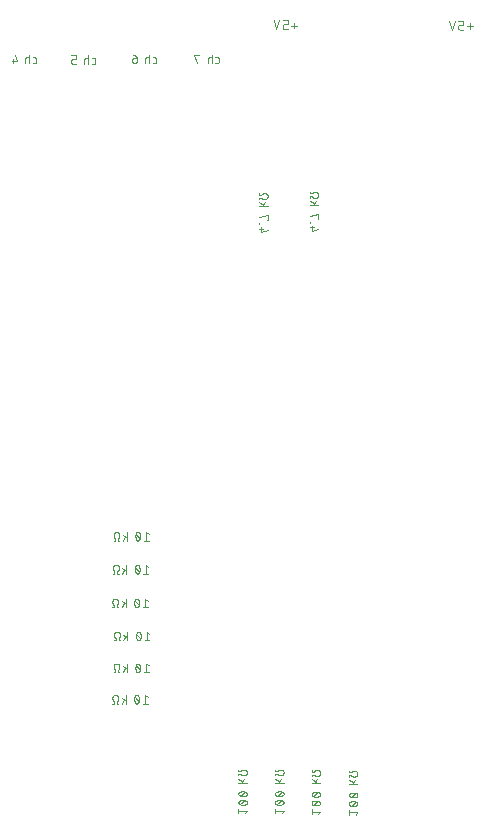
<source format=gbr>
G04 EAGLE Gerber RS-274X export*
G75*
%MOMM*%
%FSLAX34Y34*%
%LPD*%
%INSilkscreen Bottom*%
%IPPOS*%
%AMOC8*
5,1,8,0,0,1.08239X$1,22.5*%
G01*
%ADD10C,0.076200*%


D10*
X253619Y535692D02*
X247890Y534055D01*
X247890Y538147D01*
X249527Y536919D02*
X246253Y536919D01*
X246253Y541017D02*
X246662Y541017D01*
X246662Y541426D01*
X246253Y541426D01*
X246253Y541017D01*
X252801Y544296D02*
X253619Y544296D01*
X253619Y548388D01*
X246253Y546342D01*
X246253Y555772D02*
X253619Y555772D01*
X251164Y559046D02*
X248708Y555772D01*
X249731Y557204D02*
X246253Y559046D01*
X251164Y561931D02*
X251260Y561933D01*
X251357Y561939D01*
X251453Y561948D01*
X251548Y561961D01*
X251643Y561978D01*
X251737Y561999D01*
X251830Y562023D01*
X251923Y562051D01*
X252014Y562083D01*
X252103Y562118D01*
X252192Y562157D01*
X252279Y562199D01*
X252364Y562244D01*
X252447Y562293D01*
X252528Y562345D01*
X252607Y562400D01*
X252684Y562458D01*
X252758Y562519D01*
X252830Y562583D01*
X252900Y562650D01*
X252967Y562720D01*
X253031Y562792D01*
X253092Y562866D01*
X253150Y562943D01*
X253205Y563022D01*
X253257Y563103D01*
X253306Y563186D01*
X253351Y563271D01*
X253393Y563358D01*
X253432Y563447D01*
X253467Y563536D01*
X253499Y563627D01*
X253527Y563720D01*
X253551Y563813D01*
X253572Y563907D01*
X253589Y564002D01*
X253602Y564097D01*
X253611Y564193D01*
X253617Y564290D01*
X253619Y564386D01*
X251164Y561931D02*
X250345Y561931D01*
X250252Y561933D01*
X250160Y561938D01*
X250067Y561948D01*
X249975Y561961D01*
X249884Y561977D01*
X249793Y561998D01*
X249704Y562021D01*
X249615Y562049D01*
X249527Y562080D01*
X249441Y562114D01*
X249357Y562152D01*
X249273Y562193D01*
X249192Y562238D01*
X249112Y562286D01*
X249035Y562337D01*
X248959Y562391D01*
X248886Y562448D01*
X248815Y562507D01*
X248746Y562570D01*
X248680Y562635D01*
X248617Y562703D01*
X248557Y562774D01*
X248499Y562846D01*
X248444Y562921D01*
X248393Y562999D01*
X248344Y563078D01*
X248299Y563159D01*
X248299Y563158D02*
X246253Y563158D01*
X246253Y561931D01*
X251164Y566841D02*
X251260Y566839D01*
X251357Y566833D01*
X251453Y566824D01*
X251548Y566811D01*
X251643Y566794D01*
X251737Y566773D01*
X251830Y566749D01*
X251923Y566721D01*
X252014Y566689D01*
X252103Y566654D01*
X252192Y566615D01*
X252279Y566573D01*
X252364Y566528D01*
X252447Y566479D01*
X252528Y566427D01*
X252607Y566372D01*
X252684Y566314D01*
X252758Y566253D01*
X252830Y566189D01*
X252900Y566122D01*
X252967Y566052D01*
X253031Y565980D01*
X253092Y565906D01*
X253150Y565829D01*
X253205Y565750D01*
X253257Y565669D01*
X253306Y565586D01*
X253351Y565501D01*
X253393Y565414D01*
X253432Y565325D01*
X253467Y565236D01*
X253499Y565145D01*
X253527Y565052D01*
X253551Y564959D01*
X253572Y564865D01*
X253589Y564770D01*
X253602Y564675D01*
X253611Y564579D01*
X253617Y564482D01*
X253619Y564386D01*
X251164Y566841D02*
X250345Y566841D01*
X250345Y566842D02*
X250252Y566840D01*
X250160Y566835D01*
X250067Y566825D01*
X249975Y566812D01*
X249884Y566796D01*
X249793Y566775D01*
X249704Y566752D01*
X249615Y566724D01*
X249527Y566693D01*
X249441Y566659D01*
X249357Y566621D01*
X249273Y566580D01*
X249192Y566535D01*
X249112Y566487D01*
X249035Y566436D01*
X248959Y566382D01*
X248886Y566325D01*
X248815Y566266D01*
X248746Y566203D01*
X248680Y566138D01*
X248617Y566070D01*
X248557Y565999D01*
X248499Y565927D01*
X248444Y565852D01*
X248393Y565774D01*
X248344Y565695D01*
X248299Y565614D01*
X246253Y565614D01*
X246253Y566841D01*
X290890Y535055D02*
X296619Y536692D01*
X290890Y535055D02*
X290890Y539147D01*
X292527Y537919D02*
X289253Y537919D01*
X289253Y542017D02*
X289662Y542017D01*
X289662Y542426D01*
X289253Y542426D01*
X289253Y542017D01*
X295801Y545296D02*
X296619Y545296D01*
X296619Y549388D01*
X289253Y547342D01*
X289253Y556772D02*
X296619Y556772D01*
X294164Y560046D02*
X291708Y556772D01*
X292731Y558204D02*
X289253Y560046D01*
X294164Y562931D02*
X294260Y562933D01*
X294357Y562939D01*
X294453Y562948D01*
X294548Y562961D01*
X294643Y562978D01*
X294737Y562999D01*
X294830Y563023D01*
X294923Y563051D01*
X295014Y563083D01*
X295103Y563118D01*
X295192Y563157D01*
X295279Y563199D01*
X295364Y563244D01*
X295447Y563293D01*
X295528Y563345D01*
X295607Y563400D01*
X295684Y563458D01*
X295758Y563519D01*
X295830Y563583D01*
X295900Y563650D01*
X295967Y563720D01*
X296031Y563792D01*
X296092Y563866D01*
X296150Y563943D01*
X296205Y564022D01*
X296257Y564103D01*
X296306Y564186D01*
X296351Y564271D01*
X296393Y564358D01*
X296432Y564447D01*
X296467Y564536D01*
X296499Y564627D01*
X296527Y564720D01*
X296551Y564813D01*
X296572Y564907D01*
X296589Y565002D01*
X296602Y565097D01*
X296611Y565193D01*
X296617Y565290D01*
X296619Y565386D01*
X294164Y562931D02*
X293345Y562931D01*
X293252Y562933D01*
X293160Y562938D01*
X293067Y562948D01*
X292975Y562961D01*
X292884Y562977D01*
X292793Y562998D01*
X292704Y563021D01*
X292615Y563049D01*
X292527Y563080D01*
X292441Y563114D01*
X292357Y563152D01*
X292273Y563193D01*
X292192Y563238D01*
X292112Y563286D01*
X292035Y563337D01*
X291959Y563391D01*
X291886Y563448D01*
X291815Y563507D01*
X291746Y563570D01*
X291680Y563635D01*
X291617Y563703D01*
X291557Y563774D01*
X291499Y563846D01*
X291444Y563921D01*
X291393Y563999D01*
X291344Y564078D01*
X291299Y564159D01*
X291299Y564158D02*
X289253Y564158D01*
X289253Y562931D01*
X294164Y567841D02*
X294260Y567839D01*
X294357Y567833D01*
X294453Y567824D01*
X294548Y567811D01*
X294643Y567794D01*
X294737Y567773D01*
X294830Y567749D01*
X294923Y567721D01*
X295014Y567689D01*
X295103Y567654D01*
X295192Y567615D01*
X295279Y567573D01*
X295364Y567528D01*
X295447Y567479D01*
X295528Y567427D01*
X295607Y567372D01*
X295684Y567314D01*
X295758Y567253D01*
X295830Y567189D01*
X295900Y567122D01*
X295967Y567052D01*
X296031Y566980D01*
X296092Y566906D01*
X296150Y566829D01*
X296205Y566750D01*
X296257Y566669D01*
X296306Y566586D01*
X296351Y566501D01*
X296393Y566414D01*
X296432Y566325D01*
X296467Y566236D01*
X296499Y566145D01*
X296527Y566052D01*
X296551Y565959D01*
X296572Y565865D01*
X296589Y565770D01*
X296602Y565675D01*
X296611Y565579D01*
X296617Y565482D01*
X296619Y565386D01*
X294164Y567841D02*
X293345Y567841D01*
X293345Y567842D02*
X293252Y567840D01*
X293160Y567835D01*
X293067Y567825D01*
X292975Y567812D01*
X292884Y567796D01*
X292793Y567775D01*
X292704Y567752D01*
X292615Y567724D01*
X292527Y567693D01*
X292441Y567659D01*
X292357Y567621D01*
X292273Y567580D01*
X292192Y567535D01*
X292112Y567487D01*
X292035Y567436D01*
X291959Y567382D01*
X291886Y567325D01*
X291815Y567266D01*
X291746Y567203D01*
X291680Y567138D01*
X291617Y567070D01*
X291557Y566999D01*
X291499Y566927D01*
X291444Y566852D01*
X291393Y566774D01*
X291344Y566695D01*
X291299Y566614D01*
X289253Y566614D01*
X289253Y567841D01*
X278619Y708746D02*
X273708Y708746D01*
X276164Y711201D02*
X276164Y706290D01*
X270407Y705881D02*
X267952Y705881D01*
X267872Y705883D01*
X267792Y705889D01*
X267712Y705899D01*
X267633Y705912D01*
X267554Y705930D01*
X267477Y705951D01*
X267401Y705977D01*
X267326Y706006D01*
X267252Y706038D01*
X267180Y706074D01*
X267110Y706114D01*
X267043Y706157D01*
X266977Y706203D01*
X266914Y706253D01*
X266853Y706305D01*
X266794Y706360D01*
X266739Y706419D01*
X266687Y706479D01*
X266637Y706543D01*
X266591Y706608D01*
X266548Y706676D01*
X266508Y706746D01*
X266472Y706818D01*
X266440Y706892D01*
X266411Y706966D01*
X266386Y707043D01*
X266364Y707120D01*
X266346Y707199D01*
X266333Y707278D01*
X266323Y707357D01*
X266317Y707438D01*
X266315Y707518D01*
X266315Y708336D01*
X266317Y708414D01*
X266322Y708492D01*
X266332Y708569D01*
X266345Y708646D01*
X266361Y708722D01*
X266381Y708797D01*
X266405Y708871D01*
X266432Y708944D01*
X266463Y709016D01*
X266497Y709086D01*
X266534Y709155D01*
X266575Y709221D01*
X266619Y709286D01*
X266665Y709348D01*
X266715Y709408D01*
X266767Y709466D01*
X266822Y709521D01*
X266880Y709573D01*
X266940Y709623D01*
X267002Y709669D01*
X267067Y709713D01*
X267134Y709754D01*
X267202Y709791D01*
X267272Y709825D01*
X267344Y709856D01*
X267417Y709883D01*
X267491Y709907D01*
X267566Y709927D01*
X267642Y709943D01*
X267719Y709956D01*
X267796Y709966D01*
X267874Y709971D01*
X267952Y709973D01*
X270407Y709973D01*
X270407Y713247D01*
X266315Y713247D01*
X263501Y713247D02*
X261046Y705881D01*
X258590Y713247D01*
X422208Y708246D02*
X427119Y708246D01*
X424664Y710701D02*
X424664Y705790D01*
X418907Y705381D02*
X416452Y705381D01*
X416372Y705383D01*
X416292Y705389D01*
X416212Y705399D01*
X416133Y705412D01*
X416054Y705430D01*
X415977Y705451D01*
X415901Y705477D01*
X415826Y705506D01*
X415752Y705538D01*
X415680Y705574D01*
X415610Y705614D01*
X415543Y705657D01*
X415477Y705703D01*
X415414Y705753D01*
X415353Y705805D01*
X415294Y705860D01*
X415239Y705919D01*
X415187Y705979D01*
X415137Y706043D01*
X415091Y706108D01*
X415048Y706176D01*
X415008Y706246D01*
X414972Y706318D01*
X414940Y706392D01*
X414911Y706466D01*
X414886Y706543D01*
X414864Y706620D01*
X414846Y706699D01*
X414833Y706778D01*
X414823Y706857D01*
X414817Y706938D01*
X414815Y707018D01*
X414815Y707836D01*
X414817Y707914D01*
X414822Y707992D01*
X414832Y708069D01*
X414845Y708146D01*
X414861Y708222D01*
X414881Y708297D01*
X414905Y708371D01*
X414932Y708444D01*
X414963Y708516D01*
X414997Y708586D01*
X415034Y708655D01*
X415075Y708721D01*
X415119Y708786D01*
X415165Y708848D01*
X415215Y708908D01*
X415267Y708966D01*
X415322Y709021D01*
X415380Y709073D01*
X415440Y709123D01*
X415502Y709169D01*
X415567Y709213D01*
X415634Y709254D01*
X415702Y709291D01*
X415772Y709325D01*
X415844Y709356D01*
X415917Y709383D01*
X415991Y709407D01*
X416066Y709427D01*
X416142Y709443D01*
X416219Y709456D01*
X416296Y709466D01*
X416374Y709471D01*
X416452Y709473D01*
X418907Y709473D01*
X418907Y712747D01*
X414815Y712747D01*
X412001Y712747D02*
X409546Y705381D01*
X407090Y712747D01*
X56391Y676881D02*
X54754Y676881D01*
X56391Y676881D02*
X56460Y676883D01*
X56528Y676889D01*
X56597Y676898D01*
X56664Y676912D01*
X56731Y676929D01*
X56797Y676950D01*
X56861Y676974D01*
X56924Y677003D01*
X56985Y677034D01*
X57044Y677069D01*
X57102Y677107D01*
X57157Y677149D01*
X57209Y677193D01*
X57259Y677241D01*
X57307Y677291D01*
X57351Y677343D01*
X57393Y677398D01*
X57431Y677456D01*
X57466Y677515D01*
X57497Y677576D01*
X57526Y677639D01*
X57550Y677703D01*
X57571Y677769D01*
X57588Y677836D01*
X57602Y677903D01*
X57611Y677972D01*
X57617Y678040D01*
X57619Y678109D01*
X57619Y680564D01*
X57617Y680633D01*
X57611Y680701D01*
X57602Y680770D01*
X57588Y680837D01*
X57571Y680904D01*
X57550Y680970D01*
X57526Y681034D01*
X57497Y681097D01*
X57466Y681158D01*
X57431Y681217D01*
X57393Y681275D01*
X57351Y681330D01*
X57307Y681382D01*
X57259Y681432D01*
X57209Y681480D01*
X57157Y681524D01*
X57102Y681566D01*
X57044Y681604D01*
X56985Y681639D01*
X56924Y681670D01*
X56861Y681699D01*
X56797Y681723D01*
X56731Y681744D01*
X56664Y681761D01*
X56597Y681775D01*
X56528Y681784D01*
X56460Y681790D01*
X56391Y681792D01*
X54754Y681792D01*
X51776Y684247D02*
X51776Y676881D01*
X51776Y681792D02*
X49730Y681792D01*
X49661Y681790D01*
X49593Y681784D01*
X49524Y681775D01*
X49457Y681761D01*
X49390Y681744D01*
X49324Y681723D01*
X49260Y681699D01*
X49197Y681670D01*
X49136Y681639D01*
X49077Y681604D01*
X49019Y681566D01*
X48964Y681524D01*
X48912Y681480D01*
X48862Y681432D01*
X48814Y681382D01*
X48770Y681330D01*
X48729Y681275D01*
X48690Y681217D01*
X48655Y681158D01*
X48624Y681097D01*
X48595Y681034D01*
X48571Y680970D01*
X48550Y680904D01*
X48533Y680837D01*
X48519Y680770D01*
X48510Y680702D01*
X48504Y680633D01*
X48502Y680564D01*
X48502Y676881D01*
X41213Y678518D02*
X39576Y684247D01*
X41213Y678518D02*
X37120Y678518D01*
X38348Y680155D02*
X38348Y676881D01*
X104754Y676381D02*
X106391Y676381D01*
X106460Y676383D01*
X106528Y676389D01*
X106597Y676398D01*
X106664Y676412D01*
X106731Y676429D01*
X106797Y676450D01*
X106861Y676474D01*
X106924Y676503D01*
X106985Y676534D01*
X107044Y676569D01*
X107102Y676607D01*
X107157Y676649D01*
X107209Y676693D01*
X107259Y676741D01*
X107307Y676791D01*
X107351Y676843D01*
X107393Y676898D01*
X107431Y676956D01*
X107466Y677015D01*
X107497Y677076D01*
X107526Y677139D01*
X107550Y677203D01*
X107571Y677269D01*
X107588Y677336D01*
X107602Y677403D01*
X107611Y677472D01*
X107617Y677540D01*
X107619Y677609D01*
X107619Y680064D01*
X107617Y680133D01*
X107611Y680201D01*
X107602Y680270D01*
X107588Y680337D01*
X107571Y680404D01*
X107550Y680470D01*
X107526Y680534D01*
X107497Y680597D01*
X107466Y680658D01*
X107431Y680717D01*
X107393Y680775D01*
X107351Y680830D01*
X107307Y680882D01*
X107259Y680932D01*
X107209Y680980D01*
X107157Y681024D01*
X107102Y681066D01*
X107044Y681104D01*
X106985Y681139D01*
X106924Y681170D01*
X106861Y681199D01*
X106797Y681223D01*
X106731Y681244D01*
X106664Y681261D01*
X106597Y681275D01*
X106528Y681284D01*
X106460Y681290D01*
X106391Y681292D01*
X104754Y681292D01*
X101776Y683747D02*
X101776Y676381D01*
X101776Y681292D02*
X99730Y681292D01*
X99661Y681290D01*
X99593Y681284D01*
X99524Y681275D01*
X99457Y681261D01*
X99390Y681244D01*
X99324Y681223D01*
X99260Y681199D01*
X99197Y681170D01*
X99136Y681139D01*
X99077Y681104D01*
X99019Y681066D01*
X98964Y681024D01*
X98912Y680980D01*
X98862Y680932D01*
X98814Y680882D01*
X98770Y680830D01*
X98729Y680775D01*
X98690Y680717D01*
X98655Y680658D01*
X98624Y680597D01*
X98595Y680534D01*
X98571Y680470D01*
X98550Y680404D01*
X98533Y680337D01*
X98519Y680270D01*
X98510Y680202D01*
X98504Y680133D01*
X98502Y680064D01*
X98502Y676381D01*
X91213Y676381D02*
X88757Y676381D01*
X88677Y676383D01*
X88597Y676389D01*
X88517Y676399D01*
X88438Y676412D01*
X88359Y676430D01*
X88282Y676451D01*
X88206Y676477D01*
X88131Y676506D01*
X88057Y676538D01*
X87985Y676574D01*
X87915Y676614D01*
X87848Y676657D01*
X87782Y676703D01*
X87719Y676753D01*
X87658Y676805D01*
X87599Y676860D01*
X87544Y676919D01*
X87492Y676979D01*
X87442Y677043D01*
X87396Y677108D01*
X87353Y677176D01*
X87313Y677246D01*
X87277Y677318D01*
X87245Y677392D01*
X87216Y677466D01*
X87191Y677543D01*
X87169Y677620D01*
X87151Y677699D01*
X87138Y677778D01*
X87128Y677857D01*
X87122Y677938D01*
X87120Y678018D01*
X87120Y678836D01*
X87122Y678914D01*
X87127Y678992D01*
X87137Y679069D01*
X87150Y679146D01*
X87166Y679222D01*
X87186Y679297D01*
X87210Y679371D01*
X87237Y679444D01*
X87268Y679516D01*
X87302Y679586D01*
X87339Y679655D01*
X87380Y679721D01*
X87424Y679786D01*
X87470Y679848D01*
X87520Y679908D01*
X87572Y679966D01*
X87627Y680021D01*
X87685Y680073D01*
X87745Y680123D01*
X87807Y680169D01*
X87872Y680213D01*
X87939Y680254D01*
X88007Y680291D01*
X88077Y680325D01*
X88149Y680356D01*
X88222Y680383D01*
X88296Y680407D01*
X88371Y680427D01*
X88447Y680443D01*
X88524Y680456D01*
X88601Y680466D01*
X88679Y680471D01*
X88757Y680473D01*
X91213Y680473D01*
X91213Y683747D01*
X87120Y683747D01*
X156254Y676881D02*
X157891Y676881D01*
X157960Y676883D01*
X158028Y676889D01*
X158097Y676898D01*
X158164Y676912D01*
X158231Y676929D01*
X158297Y676950D01*
X158361Y676974D01*
X158424Y677003D01*
X158485Y677034D01*
X158544Y677069D01*
X158602Y677107D01*
X158657Y677149D01*
X158709Y677193D01*
X158759Y677241D01*
X158807Y677291D01*
X158851Y677343D01*
X158893Y677398D01*
X158931Y677456D01*
X158966Y677515D01*
X158997Y677576D01*
X159026Y677639D01*
X159050Y677703D01*
X159071Y677769D01*
X159088Y677836D01*
X159102Y677903D01*
X159111Y677972D01*
X159117Y678040D01*
X159119Y678109D01*
X159119Y680564D01*
X159117Y680633D01*
X159111Y680701D01*
X159102Y680770D01*
X159088Y680837D01*
X159071Y680904D01*
X159050Y680970D01*
X159026Y681034D01*
X158997Y681097D01*
X158966Y681158D01*
X158931Y681217D01*
X158893Y681275D01*
X158851Y681330D01*
X158807Y681382D01*
X158759Y681432D01*
X158709Y681480D01*
X158657Y681524D01*
X158602Y681566D01*
X158544Y681604D01*
X158485Y681639D01*
X158424Y681670D01*
X158361Y681699D01*
X158297Y681723D01*
X158231Y681744D01*
X158164Y681761D01*
X158097Y681775D01*
X158028Y681784D01*
X157960Y681790D01*
X157891Y681792D01*
X156254Y681792D01*
X153276Y684247D02*
X153276Y676881D01*
X153276Y681792D02*
X151230Y681792D01*
X151161Y681790D01*
X151093Y681784D01*
X151024Y681775D01*
X150957Y681761D01*
X150890Y681744D01*
X150824Y681723D01*
X150760Y681699D01*
X150697Y681670D01*
X150636Y681639D01*
X150577Y681604D01*
X150519Y681566D01*
X150464Y681524D01*
X150412Y681480D01*
X150362Y681432D01*
X150314Y681382D01*
X150270Y681330D01*
X150229Y681275D01*
X150190Y681217D01*
X150155Y681158D01*
X150124Y681097D01*
X150095Y681034D01*
X150071Y680970D01*
X150050Y680904D01*
X150033Y680837D01*
X150019Y680770D01*
X150010Y680702D01*
X150004Y680633D01*
X150002Y680564D01*
X150002Y676881D01*
X142713Y680973D02*
X140257Y680973D01*
X140177Y680971D01*
X140097Y680965D01*
X140017Y680955D01*
X139938Y680942D01*
X139859Y680924D01*
X139782Y680903D01*
X139706Y680877D01*
X139631Y680848D01*
X139557Y680816D01*
X139485Y680780D01*
X139415Y680740D01*
X139348Y680697D01*
X139282Y680651D01*
X139219Y680601D01*
X139158Y680549D01*
X139099Y680494D01*
X139044Y680435D01*
X138992Y680375D01*
X138942Y680311D01*
X138896Y680245D01*
X138853Y680178D01*
X138813Y680108D01*
X138777Y680036D01*
X138745Y679962D01*
X138716Y679888D01*
X138690Y679811D01*
X138669Y679734D01*
X138651Y679655D01*
X138638Y679576D01*
X138628Y679496D01*
X138622Y679416D01*
X138620Y679336D01*
X138620Y678927D01*
X138622Y678838D01*
X138628Y678749D01*
X138638Y678660D01*
X138651Y678572D01*
X138668Y678484D01*
X138690Y678397D01*
X138715Y678312D01*
X138743Y678227D01*
X138776Y678144D01*
X138812Y678062D01*
X138851Y677982D01*
X138894Y677904D01*
X138940Y677828D01*
X138990Y677753D01*
X139043Y677681D01*
X139099Y677612D01*
X139158Y677545D01*
X139219Y677480D01*
X139284Y677419D01*
X139351Y677360D01*
X139420Y677304D01*
X139492Y677251D01*
X139567Y677201D01*
X139643Y677155D01*
X139721Y677112D01*
X139801Y677073D01*
X139883Y677037D01*
X139966Y677004D01*
X140051Y676976D01*
X140136Y676951D01*
X140223Y676929D01*
X140311Y676912D01*
X140399Y676899D01*
X140488Y676889D01*
X140577Y676883D01*
X140666Y676881D01*
X140755Y676883D01*
X140844Y676889D01*
X140933Y676899D01*
X141021Y676912D01*
X141109Y676929D01*
X141196Y676951D01*
X141281Y676976D01*
X141366Y677004D01*
X141449Y677037D01*
X141531Y677073D01*
X141611Y677112D01*
X141689Y677155D01*
X141765Y677201D01*
X141840Y677251D01*
X141912Y677304D01*
X141981Y677360D01*
X142048Y677419D01*
X142113Y677480D01*
X142174Y677545D01*
X142233Y677612D01*
X142289Y677681D01*
X142342Y677753D01*
X142392Y677828D01*
X142438Y677904D01*
X142481Y677982D01*
X142520Y678062D01*
X142556Y678144D01*
X142589Y678227D01*
X142617Y678312D01*
X142642Y678397D01*
X142664Y678484D01*
X142681Y678572D01*
X142694Y678660D01*
X142704Y678749D01*
X142710Y678838D01*
X142712Y678927D01*
X142713Y678927D02*
X142713Y680973D01*
X142711Y681085D01*
X142705Y681196D01*
X142696Y681308D01*
X142683Y681419D01*
X142665Y681529D01*
X142645Y681639D01*
X142620Y681748D01*
X142592Y681856D01*
X142560Y681963D01*
X142524Y682069D01*
X142485Y682174D01*
X142442Y682277D01*
X142396Y682379D01*
X142346Y682479D01*
X142293Y682578D01*
X142236Y682674D01*
X142177Y682769D01*
X142114Y682861D01*
X142048Y682951D01*
X141979Y683039D01*
X141907Y683125D01*
X141832Y683208D01*
X141754Y683288D01*
X141674Y683366D01*
X141591Y683441D01*
X141505Y683513D01*
X141417Y683582D01*
X141327Y683648D01*
X141235Y683711D01*
X141140Y683770D01*
X141044Y683827D01*
X140945Y683880D01*
X140845Y683930D01*
X140743Y683976D01*
X140640Y684019D01*
X140535Y684058D01*
X140429Y684094D01*
X140322Y684126D01*
X140214Y684154D01*
X140105Y684179D01*
X139995Y684199D01*
X139885Y684217D01*
X139774Y684230D01*
X139662Y684239D01*
X139551Y684245D01*
X139439Y684247D01*
X209254Y676881D02*
X210891Y676881D01*
X210960Y676883D01*
X211028Y676889D01*
X211097Y676898D01*
X211164Y676912D01*
X211231Y676929D01*
X211297Y676950D01*
X211361Y676974D01*
X211424Y677003D01*
X211485Y677034D01*
X211544Y677069D01*
X211602Y677107D01*
X211657Y677149D01*
X211709Y677193D01*
X211759Y677241D01*
X211807Y677291D01*
X211851Y677343D01*
X211893Y677398D01*
X211931Y677456D01*
X211966Y677515D01*
X211997Y677576D01*
X212026Y677639D01*
X212050Y677703D01*
X212071Y677769D01*
X212088Y677836D01*
X212102Y677903D01*
X212111Y677972D01*
X212117Y678040D01*
X212119Y678109D01*
X212119Y680564D01*
X212117Y680633D01*
X212111Y680701D01*
X212102Y680770D01*
X212088Y680837D01*
X212071Y680904D01*
X212050Y680970D01*
X212026Y681034D01*
X211997Y681097D01*
X211966Y681158D01*
X211931Y681217D01*
X211893Y681275D01*
X211851Y681330D01*
X211807Y681382D01*
X211759Y681432D01*
X211709Y681480D01*
X211657Y681524D01*
X211602Y681566D01*
X211544Y681604D01*
X211485Y681639D01*
X211424Y681670D01*
X211361Y681699D01*
X211297Y681723D01*
X211231Y681744D01*
X211164Y681761D01*
X211097Y681775D01*
X211028Y681784D01*
X210960Y681790D01*
X210891Y681792D01*
X209254Y681792D01*
X206276Y684247D02*
X206276Y676881D01*
X206276Y681792D02*
X204230Y681792D01*
X204161Y681790D01*
X204093Y681784D01*
X204024Y681775D01*
X203957Y681761D01*
X203890Y681744D01*
X203824Y681723D01*
X203760Y681699D01*
X203697Y681670D01*
X203636Y681639D01*
X203577Y681604D01*
X203519Y681566D01*
X203464Y681524D01*
X203412Y681480D01*
X203362Y681432D01*
X203314Y681382D01*
X203270Y681330D01*
X203229Y681275D01*
X203190Y681217D01*
X203155Y681158D01*
X203124Y681097D01*
X203095Y681034D01*
X203071Y680970D01*
X203050Y680904D01*
X203033Y680837D01*
X203019Y680770D01*
X203010Y680702D01*
X203004Y680633D01*
X203002Y680564D01*
X203002Y676881D01*
X195713Y683429D02*
X195713Y684247D01*
X191620Y684247D01*
X193666Y676881D01*
X149973Y142119D02*
X152019Y140482D01*
X149973Y142119D02*
X149973Y134753D01*
X152019Y134753D02*
X147927Y134753D01*
X144704Y138436D02*
X144702Y138589D01*
X144696Y138742D01*
X144687Y138894D01*
X144673Y139047D01*
X144656Y139199D01*
X144635Y139350D01*
X144610Y139501D01*
X144581Y139651D01*
X144549Y139801D01*
X144512Y139949D01*
X144472Y140097D01*
X144429Y140244D01*
X144381Y140389D01*
X144330Y140533D01*
X144276Y140676D01*
X144217Y140818D01*
X144156Y140957D01*
X144090Y141096D01*
X144064Y141166D01*
X144034Y141235D01*
X144002Y141303D01*
X143965Y141369D01*
X143926Y141433D01*
X143883Y141495D01*
X143838Y141554D01*
X143789Y141612D01*
X143738Y141666D01*
X143684Y141719D01*
X143627Y141768D01*
X143568Y141815D01*
X143507Y141858D01*
X143444Y141899D01*
X143379Y141936D01*
X143312Y141971D01*
X143243Y142001D01*
X143173Y142029D01*
X143102Y142052D01*
X143030Y142073D01*
X142957Y142089D01*
X142883Y142102D01*
X142808Y142112D01*
X142733Y142117D01*
X142658Y142119D01*
X142583Y142117D01*
X142508Y142112D01*
X142433Y142102D01*
X142359Y142089D01*
X142286Y142073D01*
X142214Y142052D01*
X142143Y142029D01*
X142073Y142001D01*
X142004Y141971D01*
X141937Y141936D01*
X141872Y141899D01*
X141809Y141858D01*
X141748Y141815D01*
X141689Y141768D01*
X141632Y141719D01*
X141578Y141666D01*
X141527Y141612D01*
X141479Y141554D01*
X141433Y141495D01*
X141390Y141433D01*
X141351Y141369D01*
X141315Y141303D01*
X141282Y141236D01*
X141252Y141166D01*
X141226Y141096D01*
X141161Y140958D01*
X141099Y140818D01*
X141041Y140676D01*
X140986Y140533D01*
X140935Y140389D01*
X140887Y140244D01*
X140844Y140097D01*
X140804Y139950D01*
X140767Y139801D01*
X140735Y139651D01*
X140706Y139501D01*
X140681Y139350D01*
X140660Y139199D01*
X140643Y139047D01*
X140629Y138894D01*
X140620Y138742D01*
X140614Y138589D01*
X140612Y138436D01*
X144705Y138436D02*
X144703Y138283D01*
X144697Y138130D01*
X144688Y137977D01*
X144674Y137825D01*
X144657Y137673D01*
X144636Y137522D01*
X144611Y137371D01*
X144582Y137220D01*
X144550Y137071D01*
X144513Y136922D01*
X144473Y136775D01*
X144430Y136628D01*
X144382Y136483D01*
X144331Y136338D01*
X144276Y136196D01*
X144218Y136054D01*
X144156Y135914D01*
X144091Y135776D01*
X144090Y135776D02*
X144064Y135706D01*
X144034Y135636D01*
X144002Y135569D01*
X143965Y135503D01*
X143926Y135439D01*
X143883Y135377D01*
X143837Y135318D01*
X143789Y135260D01*
X143738Y135206D01*
X143684Y135153D01*
X143627Y135104D01*
X143568Y135057D01*
X143507Y135014D01*
X143444Y134973D01*
X143379Y134936D01*
X143312Y134901D01*
X143243Y134871D01*
X143173Y134843D01*
X143102Y134820D01*
X143030Y134799D01*
X142957Y134783D01*
X142883Y134770D01*
X142808Y134760D01*
X142733Y134755D01*
X142658Y134753D01*
X141226Y135776D02*
X141161Y135914D01*
X141099Y136054D01*
X141041Y136196D01*
X140986Y136339D01*
X140935Y136483D01*
X140887Y136628D01*
X140844Y136775D01*
X140804Y136923D01*
X140767Y137071D01*
X140735Y137221D01*
X140706Y137371D01*
X140681Y137522D01*
X140660Y137673D01*
X140643Y137825D01*
X140629Y137978D01*
X140620Y138130D01*
X140614Y138283D01*
X140612Y138436D01*
X141226Y135776D02*
X141252Y135705D01*
X141282Y135636D01*
X141315Y135569D01*
X141351Y135503D01*
X141390Y135439D01*
X141433Y135377D01*
X141479Y135318D01*
X141527Y135260D01*
X141578Y135206D01*
X141632Y135153D01*
X141689Y135104D01*
X141748Y135057D01*
X141809Y135014D01*
X141872Y134973D01*
X141937Y134936D01*
X142004Y134901D01*
X142073Y134871D01*
X142143Y134843D01*
X142214Y134820D01*
X142286Y134799D01*
X142359Y134783D01*
X142433Y134770D01*
X142508Y134760D01*
X142583Y134755D01*
X142658Y134753D01*
X144295Y136390D02*
X141021Y140482D01*
X133228Y142119D02*
X133228Y134753D01*
X133228Y137208D02*
X129954Y139664D01*
X131796Y138231D02*
X129954Y134753D01*
X127069Y139664D02*
X127067Y139760D01*
X127061Y139857D01*
X127052Y139953D01*
X127039Y140048D01*
X127022Y140143D01*
X127001Y140237D01*
X126977Y140330D01*
X126949Y140423D01*
X126917Y140514D01*
X126882Y140603D01*
X126843Y140692D01*
X126801Y140779D01*
X126756Y140864D01*
X126707Y140947D01*
X126655Y141028D01*
X126600Y141107D01*
X126542Y141184D01*
X126481Y141258D01*
X126417Y141330D01*
X126350Y141400D01*
X126280Y141467D01*
X126208Y141531D01*
X126134Y141592D01*
X126057Y141650D01*
X125978Y141705D01*
X125897Y141757D01*
X125814Y141806D01*
X125729Y141851D01*
X125642Y141893D01*
X125553Y141932D01*
X125464Y141967D01*
X125373Y141999D01*
X125280Y142027D01*
X125187Y142051D01*
X125093Y142072D01*
X124998Y142089D01*
X124903Y142102D01*
X124807Y142111D01*
X124710Y142117D01*
X124614Y142119D01*
X127069Y139664D02*
X127069Y138845D01*
X127067Y138752D01*
X127062Y138660D01*
X127052Y138567D01*
X127039Y138475D01*
X127023Y138384D01*
X127002Y138293D01*
X126979Y138204D01*
X126951Y138115D01*
X126920Y138027D01*
X126886Y137941D01*
X126848Y137857D01*
X126807Y137773D01*
X126762Y137692D01*
X126714Y137612D01*
X126663Y137535D01*
X126609Y137459D01*
X126552Y137386D01*
X126493Y137315D01*
X126430Y137246D01*
X126365Y137180D01*
X126297Y137117D01*
X126226Y137057D01*
X126154Y136999D01*
X126079Y136944D01*
X126001Y136893D01*
X125922Y136844D01*
X125841Y136799D01*
X125842Y136799D02*
X125842Y134753D01*
X127069Y134753D01*
X122159Y139664D02*
X122161Y139763D01*
X122167Y139862D01*
X122177Y139960D01*
X122191Y140058D01*
X122209Y140155D01*
X122230Y140252D01*
X122256Y140347D01*
X122285Y140441D01*
X122319Y140535D01*
X122355Y140626D01*
X122396Y140716D01*
X122440Y140805D01*
X122488Y140892D01*
X122539Y140976D01*
X122594Y141059D01*
X122651Y141139D01*
X122712Y141217D01*
X122776Y141292D01*
X122843Y141365D01*
X122913Y141435D01*
X122986Y141502D01*
X123061Y141566D01*
X123139Y141627D01*
X123219Y141684D01*
X123302Y141739D01*
X123387Y141790D01*
X123473Y141838D01*
X123562Y141882D01*
X123652Y141923D01*
X123743Y141959D01*
X123837Y141993D01*
X123931Y142022D01*
X124026Y142048D01*
X124123Y142069D01*
X124220Y142087D01*
X124318Y142101D01*
X124416Y142111D01*
X124515Y142117D01*
X124614Y142119D01*
X122159Y139664D02*
X122159Y138845D01*
X122158Y138845D02*
X122160Y138752D01*
X122165Y138660D01*
X122175Y138567D01*
X122188Y138475D01*
X122204Y138384D01*
X122225Y138293D01*
X122248Y138204D01*
X122276Y138115D01*
X122307Y138027D01*
X122341Y137941D01*
X122379Y137857D01*
X122420Y137773D01*
X122465Y137692D01*
X122513Y137612D01*
X122564Y137535D01*
X122618Y137459D01*
X122675Y137386D01*
X122734Y137315D01*
X122797Y137246D01*
X122862Y137180D01*
X122930Y137117D01*
X123001Y137057D01*
X123073Y136999D01*
X123148Y136944D01*
X123226Y136893D01*
X123305Y136844D01*
X123386Y136799D01*
X123386Y134753D01*
X122159Y134753D01*
X236119Y43712D02*
X234482Y41665D01*
X236119Y43712D02*
X228753Y43712D01*
X228753Y45758D02*
X228753Y41665D01*
X232436Y48981D02*
X232589Y48983D01*
X232742Y48989D01*
X232894Y48998D01*
X233047Y49012D01*
X233199Y49029D01*
X233350Y49050D01*
X233501Y49075D01*
X233651Y49104D01*
X233801Y49136D01*
X233949Y49173D01*
X234097Y49213D01*
X234244Y49256D01*
X234389Y49304D01*
X234533Y49355D01*
X234676Y49409D01*
X234818Y49468D01*
X234957Y49529D01*
X235096Y49595D01*
X235166Y49621D01*
X235236Y49651D01*
X235303Y49684D01*
X235369Y49720D01*
X235433Y49759D01*
X235495Y49802D01*
X235554Y49848D01*
X235612Y49896D01*
X235666Y49947D01*
X235719Y50001D01*
X235768Y50058D01*
X235815Y50117D01*
X235858Y50178D01*
X235899Y50241D01*
X235936Y50306D01*
X235971Y50373D01*
X236001Y50442D01*
X236029Y50512D01*
X236052Y50583D01*
X236073Y50655D01*
X236089Y50728D01*
X236102Y50802D01*
X236112Y50877D01*
X236117Y50952D01*
X236119Y51027D01*
X236117Y51102D01*
X236112Y51177D01*
X236102Y51252D01*
X236089Y51326D01*
X236073Y51399D01*
X236052Y51471D01*
X236029Y51542D01*
X236001Y51612D01*
X235971Y51681D01*
X235936Y51748D01*
X235899Y51813D01*
X235858Y51876D01*
X235815Y51937D01*
X235768Y51996D01*
X235719Y52053D01*
X235666Y52107D01*
X235612Y52158D01*
X235554Y52207D01*
X235495Y52252D01*
X235433Y52295D01*
X235369Y52334D01*
X235303Y52371D01*
X235235Y52403D01*
X235166Y52433D01*
X235096Y52459D01*
X234958Y52524D01*
X234818Y52586D01*
X234676Y52644D01*
X234533Y52699D01*
X234389Y52750D01*
X234244Y52798D01*
X234097Y52841D01*
X233950Y52881D01*
X233801Y52918D01*
X233651Y52950D01*
X233501Y52979D01*
X233350Y53004D01*
X233199Y53025D01*
X233047Y53042D01*
X232894Y53056D01*
X232742Y53065D01*
X232589Y53071D01*
X232436Y53073D01*
X232436Y48980D02*
X232283Y48982D01*
X232130Y48988D01*
X231977Y48997D01*
X231825Y49011D01*
X231673Y49028D01*
X231522Y49049D01*
X231371Y49074D01*
X231220Y49103D01*
X231071Y49135D01*
X230922Y49172D01*
X230775Y49212D01*
X230628Y49255D01*
X230483Y49303D01*
X230338Y49354D01*
X230196Y49409D01*
X230054Y49467D01*
X229914Y49529D01*
X229776Y49594D01*
X229776Y49595D02*
X229705Y49621D01*
X229636Y49651D01*
X229569Y49684D01*
X229503Y49720D01*
X229439Y49759D01*
X229377Y49802D01*
X229318Y49848D01*
X229260Y49896D01*
X229206Y49947D01*
X229153Y50001D01*
X229104Y50058D01*
X229057Y50117D01*
X229014Y50178D01*
X228973Y50241D01*
X228936Y50306D01*
X228901Y50373D01*
X228871Y50442D01*
X228843Y50512D01*
X228820Y50583D01*
X228799Y50655D01*
X228783Y50728D01*
X228770Y50802D01*
X228760Y50877D01*
X228755Y50952D01*
X228753Y51027D01*
X229776Y52459D02*
X229914Y52524D01*
X230054Y52586D01*
X230196Y52644D01*
X230339Y52699D01*
X230483Y52750D01*
X230628Y52798D01*
X230775Y52841D01*
X230923Y52881D01*
X231071Y52918D01*
X231221Y52950D01*
X231371Y52979D01*
X231522Y53004D01*
X231673Y53025D01*
X231825Y53042D01*
X231978Y53056D01*
X232130Y53065D01*
X232283Y53071D01*
X232436Y53073D01*
X229776Y52459D02*
X229706Y52433D01*
X229636Y52403D01*
X229569Y52371D01*
X229503Y52334D01*
X229439Y52295D01*
X229377Y52252D01*
X229318Y52206D01*
X229260Y52158D01*
X229206Y52107D01*
X229153Y52053D01*
X229104Y51996D01*
X229057Y51937D01*
X229014Y51876D01*
X228973Y51813D01*
X228936Y51748D01*
X228901Y51681D01*
X228871Y51612D01*
X228843Y51542D01*
X228820Y51471D01*
X228799Y51399D01*
X228783Y51326D01*
X228770Y51252D01*
X228760Y51177D01*
X228755Y51102D01*
X228753Y51027D01*
X230390Y49390D02*
X234482Y52664D01*
X232436Y56296D02*
X232589Y56298D01*
X232742Y56304D01*
X232894Y56313D01*
X233047Y56327D01*
X233199Y56344D01*
X233350Y56365D01*
X233501Y56390D01*
X233651Y56419D01*
X233801Y56451D01*
X233949Y56488D01*
X234097Y56528D01*
X234244Y56571D01*
X234389Y56619D01*
X234533Y56670D01*
X234676Y56724D01*
X234818Y56783D01*
X234957Y56844D01*
X235096Y56910D01*
X235166Y56936D01*
X235236Y56966D01*
X235303Y56999D01*
X235369Y57035D01*
X235433Y57074D01*
X235495Y57117D01*
X235554Y57163D01*
X235612Y57211D01*
X235666Y57262D01*
X235719Y57316D01*
X235768Y57373D01*
X235815Y57432D01*
X235858Y57493D01*
X235899Y57556D01*
X235936Y57621D01*
X235971Y57688D01*
X236001Y57757D01*
X236029Y57827D01*
X236052Y57898D01*
X236073Y57970D01*
X236089Y58043D01*
X236102Y58117D01*
X236112Y58192D01*
X236117Y58267D01*
X236119Y58342D01*
X236117Y58417D01*
X236112Y58492D01*
X236102Y58567D01*
X236089Y58641D01*
X236073Y58714D01*
X236052Y58786D01*
X236029Y58857D01*
X236001Y58927D01*
X235971Y58996D01*
X235936Y59063D01*
X235899Y59128D01*
X235858Y59191D01*
X235815Y59252D01*
X235768Y59311D01*
X235719Y59368D01*
X235666Y59422D01*
X235612Y59473D01*
X235554Y59522D01*
X235495Y59567D01*
X235433Y59610D01*
X235369Y59649D01*
X235303Y59686D01*
X235235Y59718D01*
X235166Y59748D01*
X235096Y59774D01*
X234958Y59839D01*
X234818Y59901D01*
X234676Y59959D01*
X234533Y60014D01*
X234389Y60065D01*
X234244Y60113D01*
X234097Y60156D01*
X233950Y60196D01*
X233801Y60233D01*
X233651Y60265D01*
X233501Y60294D01*
X233350Y60319D01*
X233199Y60340D01*
X233047Y60357D01*
X232894Y60371D01*
X232742Y60380D01*
X232589Y60386D01*
X232436Y60388D01*
X232436Y56295D02*
X232283Y56297D01*
X232130Y56303D01*
X231977Y56312D01*
X231825Y56326D01*
X231673Y56343D01*
X231522Y56364D01*
X231371Y56389D01*
X231220Y56418D01*
X231071Y56450D01*
X230922Y56487D01*
X230775Y56527D01*
X230628Y56570D01*
X230483Y56618D01*
X230338Y56669D01*
X230196Y56724D01*
X230054Y56782D01*
X229914Y56844D01*
X229776Y56909D01*
X229776Y56910D02*
X229705Y56936D01*
X229636Y56966D01*
X229569Y56999D01*
X229503Y57035D01*
X229439Y57074D01*
X229377Y57117D01*
X229318Y57163D01*
X229260Y57211D01*
X229206Y57262D01*
X229153Y57316D01*
X229104Y57373D01*
X229057Y57432D01*
X229014Y57493D01*
X228973Y57556D01*
X228936Y57621D01*
X228901Y57688D01*
X228871Y57757D01*
X228843Y57827D01*
X228820Y57898D01*
X228799Y57970D01*
X228783Y58043D01*
X228770Y58117D01*
X228760Y58192D01*
X228755Y58267D01*
X228753Y58342D01*
X229776Y59774D02*
X229914Y59839D01*
X230054Y59901D01*
X230196Y59959D01*
X230339Y60014D01*
X230483Y60065D01*
X230628Y60113D01*
X230775Y60156D01*
X230923Y60196D01*
X231071Y60233D01*
X231221Y60265D01*
X231371Y60294D01*
X231522Y60319D01*
X231673Y60340D01*
X231825Y60357D01*
X231978Y60371D01*
X232130Y60380D01*
X232283Y60386D01*
X232436Y60388D01*
X229776Y59774D02*
X229706Y59748D01*
X229636Y59718D01*
X229569Y59686D01*
X229503Y59649D01*
X229439Y59610D01*
X229377Y59567D01*
X229318Y59521D01*
X229260Y59473D01*
X229206Y59422D01*
X229153Y59368D01*
X229104Y59311D01*
X229057Y59252D01*
X229014Y59191D01*
X228973Y59128D01*
X228936Y59063D01*
X228901Y58996D01*
X228871Y58927D01*
X228843Y58857D01*
X228820Y58786D01*
X228799Y58714D01*
X228783Y58641D01*
X228770Y58567D01*
X228760Y58492D01*
X228755Y58417D01*
X228753Y58342D01*
X230390Y56705D02*
X234482Y59979D01*
X236119Y67772D02*
X228753Y67772D01*
X231208Y67772D02*
X233664Y71046D01*
X232231Y69204D02*
X228753Y71046D01*
X233664Y73931D02*
X233760Y73933D01*
X233857Y73939D01*
X233953Y73948D01*
X234048Y73961D01*
X234143Y73978D01*
X234237Y73999D01*
X234330Y74023D01*
X234423Y74051D01*
X234514Y74083D01*
X234603Y74118D01*
X234692Y74157D01*
X234779Y74199D01*
X234864Y74244D01*
X234947Y74293D01*
X235028Y74345D01*
X235107Y74400D01*
X235184Y74458D01*
X235258Y74519D01*
X235330Y74583D01*
X235400Y74650D01*
X235467Y74720D01*
X235531Y74792D01*
X235592Y74866D01*
X235650Y74943D01*
X235705Y75022D01*
X235757Y75103D01*
X235806Y75186D01*
X235851Y75271D01*
X235893Y75358D01*
X235932Y75447D01*
X235967Y75536D01*
X235999Y75627D01*
X236027Y75720D01*
X236051Y75813D01*
X236072Y75907D01*
X236089Y76002D01*
X236102Y76097D01*
X236111Y76193D01*
X236117Y76290D01*
X236119Y76386D01*
X233664Y73931D02*
X232845Y73931D01*
X232752Y73933D01*
X232660Y73938D01*
X232567Y73948D01*
X232475Y73961D01*
X232384Y73977D01*
X232293Y73998D01*
X232204Y74021D01*
X232115Y74049D01*
X232027Y74080D01*
X231941Y74114D01*
X231857Y74152D01*
X231773Y74193D01*
X231692Y74238D01*
X231612Y74286D01*
X231535Y74337D01*
X231459Y74391D01*
X231386Y74448D01*
X231315Y74507D01*
X231246Y74570D01*
X231180Y74635D01*
X231117Y74703D01*
X231057Y74774D01*
X230999Y74846D01*
X230944Y74921D01*
X230893Y74999D01*
X230844Y75078D01*
X230799Y75159D01*
X230799Y75158D02*
X228753Y75158D01*
X228753Y73931D01*
X233664Y78841D02*
X233760Y78839D01*
X233857Y78833D01*
X233953Y78824D01*
X234048Y78811D01*
X234143Y78794D01*
X234237Y78773D01*
X234330Y78749D01*
X234423Y78721D01*
X234514Y78689D01*
X234603Y78654D01*
X234692Y78615D01*
X234779Y78573D01*
X234864Y78528D01*
X234947Y78479D01*
X235028Y78427D01*
X235107Y78372D01*
X235184Y78314D01*
X235258Y78253D01*
X235330Y78189D01*
X235400Y78122D01*
X235467Y78052D01*
X235531Y77980D01*
X235592Y77906D01*
X235650Y77829D01*
X235705Y77750D01*
X235757Y77669D01*
X235806Y77586D01*
X235851Y77501D01*
X235893Y77414D01*
X235932Y77325D01*
X235967Y77236D01*
X235999Y77145D01*
X236027Y77052D01*
X236051Y76959D01*
X236072Y76865D01*
X236089Y76770D01*
X236102Y76675D01*
X236111Y76579D01*
X236117Y76482D01*
X236119Y76386D01*
X233664Y78841D02*
X232845Y78841D01*
X232845Y78842D02*
X232752Y78840D01*
X232660Y78835D01*
X232567Y78825D01*
X232475Y78812D01*
X232384Y78796D01*
X232293Y78775D01*
X232204Y78752D01*
X232115Y78724D01*
X232027Y78693D01*
X231941Y78659D01*
X231857Y78621D01*
X231773Y78580D01*
X231692Y78535D01*
X231612Y78487D01*
X231535Y78436D01*
X231459Y78382D01*
X231386Y78325D01*
X231315Y78266D01*
X231246Y78203D01*
X231180Y78138D01*
X231117Y78070D01*
X231057Y77999D01*
X230999Y77927D01*
X230944Y77852D01*
X230893Y77774D01*
X230844Y77695D01*
X230799Y77614D01*
X228753Y77614D01*
X228753Y78841D01*
X153019Y166982D02*
X150973Y168619D01*
X150973Y161253D01*
X153019Y161253D02*
X148927Y161253D01*
X145704Y164936D02*
X145702Y165089D01*
X145696Y165242D01*
X145687Y165394D01*
X145673Y165547D01*
X145656Y165699D01*
X145635Y165850D01*
X145610Y166001D01*
X145581Y166151D01*
X145549Y166301D01*
X145512Y166449D01*
X145472Y166597D01*
X145429Y166744D01*
X145381Y166889D01*
X145330Y167033D01*
X145276Y167176D01*
X145217Y167318D01*
X145156Y167457D01*
X145090Y167596D01*
X145064Y167666D01*
X145034Y167735D01*
X145002Y167803D01*
X144965Y167869D01*
X144926Y167933D01*
X144883Y167995D01*
X144838Y168054D01*
X144789Y168112D01*
X144738Y168166D01*
X144684Y168219D01*
X144627Y168268D01*
X144568Y168315D01*
X144507Y168358D01*
X144444Y168399D01*
X144379Y168436D01*
X144312Y168471D01*
X144243Y168501D01*
X144173Y168529D01*
X144102Y168552D01*
X144030Y168573D01*
X143957Y168589D01*
X143883Y168602D01*
X143808Y168612D01*
X143733Y168617D01*
X143658Y168619D01*
X143583Y168617D01*
X143508Y168612D01*
X143433Y168602D01*
X143359Y168589D01*
X143286Y168573D01*
X143214Y168552D01*
X143143Y168529D01*
X143073Y168501D01*
X143004Y168471D01*
X142937Y168436D01*
X142872Y168399D01*
X142809Y168358D01*
X142748Y168315D01*
X142689Y168268D01*
X142632Y168219D01*
X142578Y168166D01*
X142527Y168112D01*
X142479Y168054D01*
X142433Y167995D01*
X142390Y167933D01*
X142351Y167869D01*
X142315Y167803D01*
X142282Y167736D01*
X142252Y167666D01*
X142226Y167596D01*
X142161Y167458D01*
X142099Y167318D01*
X142041Y167176D01*
X141986Y167033D01*
X141935Y166889D01*
X141887Y166744D01*
X141844Y166597D01*
X141804Y166450D01*
X141767Y166301D01*
X141735Y166151D01*
X141706Y166001D01*
X141681Y165850D01*
X141660Y165699D01*
X141643Y165547D01*
X141629Y165394D01*
X141620Y165242D01*
X141614Y165089D01*
X141612Y164936D01*
X145705Y164936D02*
X145703Y164783D01*
X145697Y164630D01*
X145688Y164477D01*
X145674Y164325D01*
X145657Y164173D01*
X145636Y164022D01*
X145611Y163871D01*
X145582Y163720D01*
X145550Y163571D01*
X145513Y163422D01*
X145473Y163275D01*
X145430Y163128D01*
X145382Y162983D01*
X145331Y162838D01*
X145276Y162696D01*
X145218Y162554D01*
X145156Y162414D01*
X145091Y162276D01*
X145090Y162276D02*
X145064Y162206D01*
X145034Y162136D01*
X145002Y162069D01*
X144965Y162003D01*
X144926Y161939D01*
X144883Y161877D01*
X144837Y161818D01*
X144789Y161760D01*
X144738Y161706D01*
X144684Y161653D01*
X144627Y161604D01*
X144568Y161557D01*
X144507Y161514D01*
X144444Y161473D01*
X144379Y161436D01*
X144312Y161401D01*
X144243Y161371D01*
X144173Y161343D01*
X144102Y161320D01*
X144030Y161299D01*
X143957Y161283D01*
X143883Y161270D01*
X143808Y161260D01*
X143733Y161255D01*
X143658Y161253D01*
X142226Y162276D02*
X142161Y162414D01*
X142099Y162554D01*
X142041Y162696D01*
X141986Y162839D01*
X141935Y162983D01*
X141887Y163128D01*
X141844Y163275D01*
X141804Y163423D01*
X141767Y163571D01*
X141735Y163721D01*
X141706Y163871D01*
X141681Y164022D01*
X141660Y164173D01*
X141643Y164325D01*
X141629Y164478D01*
X141620Y164630D01*
X141614Y164783D01*
X141612Y164936D01*
X142226Y162276D02*
X142252Y162205D01*
X142282Y162136D01*
X142315Y162069D01*
X142351Y162003D01*
X142390Y161939D01*
X142433Y161877D01*
X142479Y161818D01*
X142527Y161760D01*
X142578Y161706D01*
X142632Y161653D01*
X142689Y161604D01*
X142748Y161557D01*
X142809Y161514D01*
X142872Y161473D01*
X142937Y161436D01*
X143004Y161401D01*
X143073Y161371D01*
X143143Y161343D01*
X143214Y161320D01*
X143286Y161299D01*
X143359Y161283D01*
X143433Y161270D01*
X143508Y161260D01*
X143583Y161255D01*
X143658Y161253D01*
X145295Y162890D02*
X142021Y166982D01*
X134228Y168619D02*
X134228Y161253D01*
X134228Y163708D02*
X130954Y166164D01*
X132796Y164731D02*
X130954Y161253D01*
X128069Y166164D02*
X128067Y166260D01*
X128061Y166357D01*
X128052Y166453D01*
X128039Y166548D01*
X128022Y166643D01*
X128001Y166737D01*
X127977Y166830D01*
X127949Y166923D01*
X127917Y167014D01*
X127882Y167103D01*
X127843Y167192D01*
X127801Y167279D01*
X127756Y167364D01*
X127707Y167447D01*
X127655Y167528D01*
X127600Y167607D01*
X127542Y167684D01*
X127481Y167758D01*
X127417Y167830D01*
X127350Y167900D01*
X127280Y167967D01*
X127208Y168031D01*
X127134Y168092D01*
X127057Y168150D01*
X126978Y168205D01*
X126897Y168257D01*
X126814Y168306D01*
X126729Y168351D01*
X126642Y168393D01*
X126553Y168432D01*
X126464Y168467D01*
X126373Y168499D01*
X126280Y168527D01*
X126187Y168551D01*
X126093Y168572D01*
X125998Y168589D01*
X125903Y168602D01*
X125807Y168611D01*
X125710Y168617D01*
X125614Y168619D01*
X128069Y166164D02*
X128069Y165345D01*
X128067Y165252D01*
X128062Y165160D01*
X128052Y165067D01*
X128039Y164975D01*
X128023Y164884D01*
X128002Y164793D01*
X127979Y164704D01*
X127951Y164615D01*
X127920Y164527D01*
X127886Y164441D01*
X127848Y164357D01*
X127807Y164273D01*
X127762Y164192D01*
X127714Y164112D01*
X127663Y164035D01*
X127609Y163959D01*
X127552Y163886D01*
X127493Y163815D01*
X127430Y163746D01*
X127365Y163680D01*
X127297Y163617D01*
X127226Y163557D01*
X127154Y163499D01*
X127079Y163444D01*
X127001Y163393D01*
X126922Y163344D01*
X126841Y163299D01*
X126842Y163299D02*
X126842Y161253D01*
X128069Y161253D01*
X123159Y166164D02*
X123161Y166263D01*
X123167Y166362D01*
X123177Y166460D01*
X123191Y166558D01*
X123209Y166655D01*
X123230Y166752D01*
X123256Y166847D01*
X123285Y166941D01*
X123319Y167035D01*
X123355Y167126D01*
X123396Y167216D01*
X123440Y167305D01*
X123488Y167392D01*
X123539Y167476D01*
X123594Y167559D01*
X123651Y167639D01*
X123712Y167717D01*
X123776Y167792D01*
X123843Y167865D01*
X123913Y167935D01*
X123986Y168002D01*
X124061Y168066D01*
X124139Y168127D01*
X124219Y168184D01*
X124302Y168239D01*
X124387Y168290D01*
X124473Y168338D01*
X124562Y168382D01*
X124652Y168423D01*
X124743Y168459D01*
X124837Y168493D01*
X124931Y168522D01*
X125026Y168548D01*
X125123Y168569D01*
X125220Y168587D01*
X125318Y168601D01*
X125416Y168611D01*
X125515Y168617D01*
X125614Y168619D01*
X123159Y166164D02*
X123159Y165345D01*
X123158Y165345D02*
X123160Y165252D01*
X123165Y165160D01*
X123175Y165067D01*
X123188Y164975D01*
X123204Y164884D01*
X123225Y164793D01*
X123248Y164704D01*
X123276Y164615D01*
X123307Y164527D01*
X123341Y164441D01*
X123379Y164357D01*
X123420Y164273D01*
X123465Y164192D01*
X123513Y164112D01*
X123564Y164035D01*
X123618Y163959D01*
X123675Y163886D01*
X123734Y163815D01*
X123797Y163746D01*
X123862Y163680D01*
X123930Y163617D01*
X124001Y163557D01*
X124073Y163499D01*
X124148Y163444D01*
X124226Y163393D01*
X124305Y163344D01*
X124386Y163299D01*
X124386Y161253D01*
X123159Y161253D01*
X151473Y195619D02*
X153519Y193982D01*
X151473Y195619D02*
X151473Y188253D01*
X153519Y188253D02*
X149427Y188253D01*
X146204Y191936D02*
X146202Y192089D01*
X146196Y192242D01*
X146187Y192394D01*
X146173Y192547D01*
X146156Y192699D01*
X146135Y192850D01*
X146110Y193001D01*
X146081Y193151D01*
X146049Y193301D01*
X146012Y193449D01*
X145972Y193597D01*
X145929Y193744D01*
X145881Y193889D01*
X145830Y194033D01*
X145776Y194176D01*
X145717Y194318D01*
X145656Y194457D01*
X145590Y194596D01*
X145564Y194666D01*
X145534Y194735D01*
X145502Y194803D01*
X145465Y194869D01*
X145426Y194933D01*
X145383Y194995D01*
X145338Y195054D01*
X145289Y195112D01*
X145238Y195166D01*
X145184Y195219D01*
X145127Y195268D01*
X145068Y195315D01*
X145007Y195358D01*
X144944Y195399D01*
X144879Y195436D01*
X144812Y195471D01*
X144743Y195501D01*
X144673Y195529D01*
X144602Y195552D01*
X144530Y195573D01*
X144457Y195589D01*
X144383Y195602D01*
X144308Y195612D01*
X144233Y195617D01*
X144158Y195619D01*
X144083Y195617D01*
X144008Y195612D01*
X143933Y195602D01*
X143859Y195589D01*
X143786Y195573D01*
X143714Y195552D01*
X143643Y195529D01*
X143573Y195501D01*
X143504Y195471D01*
X143437Y195436D01*
X143372Y195399D01*
X143309Y195358D01*
X143248Y195315D01*
X143189Y195268D01*
X143132Y195219D01*
X143078Y195166D01*
X143027Y195112D01*
X142979Y195054D01*
X142933Y194995D01*
X142890Y194933D01*
X142851Y194869D01*
X142815Y194803D01*
X142782Y194736D01*
X142752Y194666D01*
X142726Y194596D01*
X142661Y194458D01*
X142599Y194318D01*
X142541Y194176D01*
X142486Y194033D01*
X142435Y193889D01*
X142387Y193744D01*
X142344Y193597D01*
X142304Y193450D01*
X142267Y193301D01*
X142235Y193151D01*
X142206Y193001D01*
X142181Y192850D01*
X142160Y192699D01*
X142143Y192547D01*
X142129Y192394D01*
X142120Y192242D01*
X142114Y192089D01*
X142112Y191936D01*
X146205Y191936D02*
X146203Y191783D01*
X146197Y191630D01*
X146188Y191477D01*
X146174Y191325D01*
X146157Y191173D01*
X146136Y191022D01*
X146111Y190871D01*
X146082Y190720D01*
X146050Y190571D01*
X146013Y190422D01*
X145973Y190275D01*
X145930Y190128D01*
X145882Y189983D01*
X145831Y189838D01*
X145776Y189696D01*
X145718Y189554D01*
X145656Y189414D01*
X145591Y189276D01*
X145590Y189276D02*
X145564Y189206D01*
X145534Y189136D01*
X145502Y189069D01*
X145465Y189003D01*
X145426Y188939D01*
X145383Y188877D01*
X145337Y188818D01*
X145289Y188760D01*
X145238Y188706D01*
X145184Y188653D01*
X145127Y188604D01*
X145068Y188557D01*
X145007Y188514D01*
X144944Y188473D01*
X144879Y188436D01*
X144812Y188401D01*
X144743Y188371D01*
X144673Y188343D01*
X144602Y188320D01*
X144530Y188299D01*
X144457Y188283D01*
X144383Y188270D01*
X144308Y188260D01*
X144233Y188255D01*
X144158Y188253D01*
X142726Y189276D02*
X142661Y189414D01*
X142599Y189554D01*
X142541Y189696D01*
X142486Y189839D01*
X142435Y189983D01*
X142387Y190128D01*
X142344Y190275D01*
X142304Y190423D01*
X142267Y190571D01*
X142235Y190721D01*
X142206Y190871D01*
X142181Y191022D01*
X142160Y191173D01*
X142143Y191325D01*
X142129Y191478D01*
X142120Y191630D01*
X142114Y191783D01*
X142112Y191936D01*
X142726Y189276D02*
X142752Y189205D01*
X142782Y189136D01*
X142815Y189069D01*
X142851Y189003D01*
X142890Y188939D01*
X142933Y188877D01*
X142979Y188818D01*
X143027Y188760D01*
X143078Y188706D01*
X143132Y188653D01*
X143189Y188604D01*
X143248Y188557D01*
X143309Y188514D01*
X143372Y188473D01*
X143437Y188436D01*
X143504Y188401D01*
X143573Y188371D01*
X143643Y188343D01*
X143714Y188320D01*
X143786Y188299D01*
X143859Y188283D01*
X143933Y188270D01*
X144008Y188260D01*
X144083Y188255D01*
X144158Y188253D01*
X145795Y189890D02*
X142521Y193982D01*
X134728Y195619D02*
X134728Y188253D01*
X134728Y190708D02*
X131454Y193164D01*
X133296Y191731D02*
X131454Y188253D01*
X128569Y193164D02*
X128567Y193260D01*
X128561Y193357D01*
X128552Y193453D01*
X128539Y193548D01*
X128522Y193643D01*
X128501Y193737D01*
X128477Y193830D01*
X128449Y193923D01*
X128417Y194014D01*
X128382Y194103D01*
X128343Y194192D01*
X128301Y194279D01*
X128256Y194364D01*
X128207Y194447D01*
X128155Y194528D01*
X128100Y194607D01*
X128042Y194684D01*
X127981Y194758D01*
X127917Y194830D01*
X127850Y194900D01*
X127780Y194967D01*
X127708Y195031D01*
X127634Y195092D01*
X127557Y195150D01*
X127478Y195205D01*
X127397Y195257D01*
X127314Y195306D01*
X127229Y195351D01*
X127142Y195393D01*
X127053Y195432D01*
X126964Y195467D01*
X126873Y195499D01*
X126780Y195527D01*
X126687Y195551D01*
X126593Y195572D01*
X126498Y195589D01*
X126403Y195602D01*
X126307Y195611D01*
X126210Y195617D01*
X126114Y195619D01*
X128569Y193164D02*
X128569Y192345D01*
X128567Y192252D01*
X128562Y192160D01*
X128552Y192067D01*
X128539Y191975D01*
X128523Y191884D01*
X128502Y191793D01*
X128479Y191704D01*
X128451Y191615D01*
X128420Y191527D01*
X128386Y191441D01*
X128348Y191357D01*
X128307Y191273D01*
X128262Y191192D01*
X128214Y191112D01*
X128163Y191035D01*
X128109Y190959D01*
X128052Y190886D01*
X127993Y190815D01*
X127930Y190746D01*
X127865Y190680D01*
X127797Y190617D01*
X127726Y190557D01*
X127654Y190499D01*
X127579Y190444D01*
X127501Y190393D01*
X127422Y190344D01*
X127341Y190299D01*
X127342Y190299D02*
X127342Y188253D01*
X128569Y188253D01*
X123659Y193164D02*
X123661Y193263D01*
X123667Y193362D01*
X123677Y193460D01*
X123691Y193558D01*
X123709Y193655D01*
X123730Y193752D01*
X123756Y193847D01*
X123785Y193941D01*
X123819Y194035D01*
X123855Y194126D01*
X123896Y194216D01*
X123940Y194305D01*
X123988Y194392D01*
X124039Y194476D01*
X124094Y194559D01*
X124151Y194639D01*
X124212Y194717D01*
X124276Y194792D01*
X124343Y194865D01*
X124413Y194935D01*
X124486Y195002D01*
X124561Y195066D01*
X124639Y195127D01*
X124719Y195184D01*
X124802Y195239D01*
X124887Y195290D01*
X124973Y195338D01*
X125062Y195382D01*
X125152Y195423D01*
X125243Y195459D01*
X125337Y195493D01*
X125431Y195522D01*
X125526Y195548D01*
X125623Y195569D01*
X125720Y195587D01*
X125818Y195601D01*
X125916Y195611D01*
X126015Y195617D01*
X126114Y195619D01*
X123659Y193164D02*
X123659Y192345D01*
X123658Y192345D02*
X123660Y192252D01*
X123665Y192160D01*
X123675Y192067D01*
X123688Y191975D01*
X123704Y191884D01*
X123725Y191793D01*
X123748Y191704D01*
X123776Y191615D01*
X123807Y191527D01*
X123841Y191441D01*
X123879Y191357D01*
X123920Y191273D01*
X123965Y191192D01*
X124013Y191112D01*
X124064Y191035D01*
X124118Y190959D01*
X124175Y190886D01*
X124234Y190815D01*
X124297Y190746D01*
X124362Y190680D01*
X124430Y190617D01*
X124501Y190557D01*
X124573Y190499D01*
X124648Y190444D01*
X124726Y190393D01*
X124805Y190344D01*
X124886Y190299D01*
X124886Y188253D01*
X123659Y188253D01*
X152019Y221982D02*
X149973Y223619D01*
X149973Y216253D01*
X152019Y216253D02*
X147927Y216253D01*
X144704Y219936D02*
X144702Y220089D01*
X144696Y220242D01*
X144687Y220394D01*
X144673Y220547D01*
X144656Y220699D01*
X144635Y220850D01*
X144610Y221001D01*
X144581Y221151D01*
X144549Y221301D01*
X144512Y221449D01*
X144472Y221597D01*
X144429Y221744D01*
X144381Y221889D01*
X144330Y222033D01*
X144276Y222176D01*
X144217Y222318D01*
X144156Y222457D01*
X144090Y222596D01*
X144064Y222666D01*
X144034Y222735D01*
X144002Y222803D01*
X143965Y222869D01*
X143926Y222933D01*
X143883Y222995D01*
X143838Y223054D01*
X143789Y223112D01*
X143738Y223166D01*
X143684Y223219D01*
X143627Y223268D01*
X143568Y223315D01*
X143507Y223358D01*
X143444Y223399D01*
X143379Y223436D01*
X143312Y223471D01*
X143243Y223501D01*
X143173Y223529D01*
X143102Y223552D01*
X143030Y223573D01*
X142957Y223589D01*
X142883Y223602D01*
X142808Y223612D01*
X142733Y223617D01*
X142658Y223619D01*
X142583Y223617D01*
X142508Y223612D01*
X142433Y223602D01*
X142359Y223589D01*
X142286Y223573D01*
X142214Y223552D01*
X142143Y223529D01*
X142073Y223501D01*
X142004Y223471D01*
X141937Y223436D01*
X141872Y223399D01*
X141809Y223358D01*
X141748Y223315D01*
X141689Y223268D01*
X141632Y223219D01*
X141578Y223166D01*
X141527Y223112D01*
X141479Y223054D01*
X141433Y222995D01*
X141390Y222933D01*
X141351Y222869D01*
X141315Y222803D01*
X141282Y222736D01*
X141252Y222666D01*
X141226Y222596D01*
X141161Y222458D01*
X141099Y222318D01*
X141041Y222176D01*
X140986Y222033D01*
X140935Y221889D01*
X140887Y221744D01*
X140844Y221597D01*
X140804Y221450D01*
X140767Y221301D01*
X140735Y221151D01*
X140706Y221001D01*
X140681Y220850D01*
X140660Y220699D01*
X140643Y220547D01*
X140629Y220394D01*
X140620Y220242D01*
X140614Y220089D01*
X140612Y219936D01*
X144705Y219936D02*
X144703Y219783D01*
X144697Y219630D01*
X144688Y219477D01*
X144674Y219325D01*
X144657Y219173D01*
X144636Y219022D01*
X144611Y218871D01*
X144582Y218720D01*
X144550Y218571D01*
X144513Y218422D01*
X144473Y218275D01*
X144430Y218128D01*
X144382Y217983D01*
X144331Y217838D01*
X144276Y217696D01*
X144218Y217554D01*
X144156Y217414D01*
X144091Y217276D01*
X144090Y217276D02*
X144064Y217206D01*
X144034Y217136D01*
X144002Y217069D01*
X143965Y217003D01*
X143926Y216939D01*
X143883Y216877D01*
X143837Y216818D01*
X143789Y216760D01*
X143738Y216706D01*
X143684Y216653D01*
X143627Y216604D01*
X143568Y216557D01*
X143507Y216514D01*
X143444Y216473D01*
X143379Y216436D01*
X143312Y216401D01*
X143243Y216371D01*
X143173Y216343D01*
X143102Y216320D01*
X143030Y216299D01*
X142957Y216283D01*
X142883Y216270D01*
X142808Y216260D01*
X142733Y216255D01*
X142658Y216253D01*
X141226Y217276D02*
X141161Y217414D01*
X141099Y217554D01*
X141041Y217696D01*
X140986Y217839D01*
X140935Y217983D01*
X140887Y218128D01*
X140844Y218275D01*
X140804Y218423D01*
X140767Y218571D01*
X140735Y218721D01*
X140706Y218871D01*
X140681Y219022D01*
X140660Y219173D01*
X140643Y219325D01*
X140629Y219478D01*
X140620Y219630D01*
X140614Y219783D01*
X140612Y219936D01*
X141226Y217276D02*
X141252Y217205D01*
X141282Y217136D01*
X141315Y217069D01*
X141351Y217003D01*
X141390Y216939D01*
X141433Y216877D01*
X141479Y216818D01*
X141527Y216760D01*
X141578Y216706D01*
X141632Y216653D01*
X141689Y216604D01*
X141748Y216557D01*
X141809Y216514D01*
X141872Y216473D01*
X141937Y216436D01*
X142004Y216401D01*
X142073Y216371D01*
X142143Y216343D01*
X142214Y216320D01*
X142286Y216299D01*
X142359Y216283D01*
X142433Y216270D01*
X142508Y216260D01*
X142583Y216255D01*
X142658Y216253D01*
X144295Y217890D02*
X141021Y221982D01*
X133228Y223619D02*
X133228Y216253D01*
X133228Y218708D02*
X129954Y221164D01*
X131796Y219731D02*
X129954Y216253D01*
X127069Y221164D02*
X127067Y221260D01*
X127061Y221357D01*
X127052Y221453D01*
X127039Y221548D01*
X127022Y221643D01*
X127001Y221737D01*
X126977Y221830D01*
X126949Y221923D01*
X126917Y222014D01*
X126882Y222103D01*
X126843Y222192D01*
X126801Y222279D01*
X126756Y222364D01*
X126707Y222447D01*
X126655Y222528D01*
X126600Y222607D01*
X126542Y222684D01*
X126481Y222758D01*
X126417Y222830D01*
X126350Y222900D01*
X126280Y222967D01*
X126208Y223031D01*
X126134Y223092D01*
X126057Y223150D01*
X125978Y223205D01*
X125897Y223257D01*
X125814Y223306D01*
X125729Y223351D01*
X125642Y223393D01*
X125553Y223432D01*
X125464Y223467D01*
X125373Y223499D01*
X125280Y223527D01*
X125187Y223551D01*
X125093Y223572D01*
X124998Y223589D01*
X124903Y223602D01*
X124807Y223611D01*
X124710Y223617D01*
X124614Y223619D01*
X127069Y221164D02*
X127069Y220345D01*
X127067Y220252D01*
X127062Y220160D01*
X127052Y220067D01*
X127039Y219975D01*
X127023Y219884D01*
X127002Y219793D01*
X126979Y219704D01*
X126951Y219615D01*
X126920Y219527D01*
X126886Y219441D01*
X126848Y219357D01*
X126807Y219273D01*
X126762Y219192D01*
X126714Y219112D01*
X126663Y219035D01*
X126609Y218959D01*
X126552Y218886D01*
X126493Y218815D01*
X126430Y218746D01*
X126365Y218680D01*
X126297Y218617D01*
X126226Y218557D01*
X126154Y218499D01*
X126079Y218444D01*
X126001Y218393D01*
X125922Y218344D01*
X125841Y218299D01*
X125842Y218299D02*
X125842Y216253D01*
X127069Y216253D01*
X122159Y221164D02*
X122161Y221263D01*
X122167Y221362D01*
X122177Y221460D01*
X122191Y221558D01*
X122209Y221655D01*
X122230Y221752D01*
X122256Y221847D01*
X122285Y221941D01*
X122319Y222035D01*
X122355Y222126D01*
X122396Y222216D01*
X122440Y222305D01*
X122488Y222392D01*
X122539Y222476D01*
X122594Y222559D01*
X122651Y222639D01*
X122712Y222717D01*
X122776Y222792D01*
X122843Y222865D01*
X122913Y222935D01*
X122986Y223002D01*
X123061Y223066D01*
X123139Y223127D01*
X123219Y223184D01*
X123302Y223239D01*
X123387Y223290D01*
X123473Y223338D01*
X123562Y223382D01*
X123652Y223423D01*
X123743Y223459D01*
X123837Y223493D01*
X123931Y223522D01*
X124026Y223548D01*
X124123Y223569D01*
X124220Y223587D01*
X124318Y223601D01*
X124416Y223611D01*
X124515Y223617D01*
X124614Y223619D01*
X122159Y221164D02*
X122159Y220345D01*
X122158Y220345D02*
X122160Y220252D01*
X122165Y220160D01*
X122175Y220067D01*
X122188Y219975D01*
X122204Y219884D01*
X122225Y219793D01*
X122248Y219704D01*
X122276Y219615D01*
X122307Y219527D01*
X122341Y219441D01*
X122379Y219357D01*
X122420Y219273D01*
X122465Y219192D01*
X122513Y219112D01*
X122564Y219035D01*
X122618Y218959D01*
X122675Y218886D01*
X122734Y218815D01*
X122797Y218746D01*
X122862Y218680D01*
X122930Y218617D01*
X123001Y218557D01*
X123073Y218499D01*
X123148Y218444D01*
X123226Y218393D01*
X123305Y218344D01*
X123386Y218299D01*
X123386Y216253D01*
X122159Y216253D01*
X150473Y252119D02*
X152519Y250482D01*
X150473Y252119D02*
X150473Y244753D01*
X152519Y244753D02*
X148427Y244753D01*
X145204Y248436D02*
X145202Y248589D01*
X145196Y248742D01*
X145187Y248894D01*
X145173Y249047D01*
X145156Y249199D01*
X145135Y249350D01*
X145110Y249501D01*
X145081Y249651D01*
X145049Y249801D01*
X145012Y249949D01*
X144972Y250097D01*
X144929Y250244D01*
X144881Y250389D01*
X144830Y250533D01*
X144776Y250676D01*
X144717Y250818D01*
X144656Y250957D01*
X144590Y251096D01*
X144564Y251166D01*
X144534Y251235D01*
X144502Y251303D01*
X144465Y251369D01*
X144426Y251433D01*
X144383Y251495D01*
X144338Y251554D01*
X144289Y251612D01*
X144238Y251666D01*
X144184Y251719D01*
X144127Y251768D01*
X144068Y251815D01*
X144007Y251858D01*
X143944Y251899D01*
X143879Y251936D01*
X143812Y251971D01*
X143743Y252001D01*
X143673Y252029D01*
X143602Y252052D01*
X143530Y252073D01*
X143457Y252089D01*
X143383Y252102D01*
X143308Y252112D01*
X143233Y252117D01*
X143158Y252119D01*
X143083Y252117D01*
X143008Y252112D01*
X142933Y252102D01*
X142859Y252089D01*
X142786Y252073D01*
X142714Y252052D01*
X142643Y252029D01*
X142573Y252001D01*
X142504Y251971D01*
X142437Y251936D01*
X142372Y251899D01*
X142309Y251858D01*
X142248Y251815D01*
X142189Y251768D01*
X142132Y251719D01*
X142078Y251666D01*
X142027Y251612D01*
X141979Y251554D01*
X141933Y251495D01*
X141890Y251433D01*
X141851Y251369D01*
X141815Y251303D01*
X141782Y251236D01*
X141752Y251166D01*
X141726Y251096D01*
X141661Y250958D01*
X141599Y250818D01*
X141541Y250676D01*
X141486Y250533D01*
X141435Y250389D01*
X141387Y250244D01*
X141344Y250097D01*
X141304Y249950D01*
X141267Y249801D01*
X141235Y249651D01*
X141206Y249501D01*
X141181Y249350D01*
X141160Y249199D01*
X141143Y249047D01*
X141129Y248894D01*
X141120Y248742D01*
X141114Y248589D01*
X141112Y248436D01*
X145205Y248436D02*
X145203Y248283D01*
X145197Y248130D01*
X145188Y247977D01*
X145174Y247825D01*
X145157Y247673D01*
X145136Y247522D01*
X145111Y247371D01*
X145082Y247220D01*
X145050Y247071D01*
X145013Y246922D01*
X144973Y246775D01*
X144930Y246628D01*
X144882Y246483D01*
X144831Y246338D01*
X144776Y246196D01*
X144718Y246054D01*
X144656Y245914D01*
X144591Y245776D01*
X144590Y245776D02*
X144564Y245706D01*
X144534Y245636D01*
X144502Y245569D01*
X144465Y245503D01*
X144426Y245439D01*
X144383Y245377D01*
X144337Y245318D01*
X144289Y245260D01*
X144238Y245206D01*
X144184Y245153D01*
X144127Y245104D01*
X144068Y245057D01*
X144007Y245014D01*
X143944Y244973D01*
X143879Y244936D01*
X143812Y244901D01*
X143743Y244871D01*
X143673Y244843D01*
X143602Y244820D01*
X143530Y244799D01*
X143457Y244783D01*
X143383Y244770D01*
X143308Y244760D01*
X143233Y244755D01*
X143158Y244753D01*
X141726Y245776D02*
X141661Y245914D01*
X141599Y246054D01*
X141541Y246196D01*
X141486Y246339D01*
X141435Y246483D01*
X141387Y246628D01*
X141344Y246775D01*
X141304Y246923D01*
X141267Y247071D01*
X141235Y247221D01*
X141206Y247371D01*
X141181Y247522D01*
X141160Y247673D01*
X141143Y247825D01*
X141129Y247978D01*
X141120Y248130D01*
X141114Y248283D01*
X141112Y248436D01*
X141726Y245776D02*
X141752Y245705D01*
X141782Y245636D01*
X141815Y245569D01*
X141851Y245503D01*
X141890Y245439D01*
X141933Y245377D01*
X141979Y245318D01*
X142027Y245260D01*
X142078Y245206D01*
X142132Y245153D01*
X142189Y245104D01*
X142248Y245057D01*
X142309Y245014D01*
X142372Y244973D01*
X142437Y244936D01*
X142504Y244901D01*
X142573Y244871D01*
X142643Y244843D01*
X142714Y244820D01*
X142786Y244799D01*
X142859Y244783D01*
X142933Y244770D01*
X143008Y244760D01*
X143083Y244755D01*
X143158Y244753D01*
X144795Y246390D02*
X141521Y250482D01*
X133728Y252119D02*
X133728Y244753D01*
X133728Y247208D02*
X130454Y249664D01*
X132296Y248231D02*
X130454Y244753D01*
X127569Y249664D02*
X127567Y249760D01*
X127561Y249857D01*
X127552Y249953D01*
X127539Y250048D01*
X127522Y250143D01*
X127501Y250237D01*
X127477Y250330D01*
X127449Y250423D01*
X127417Y250514D01*
X127382Y250603D01*
X127343Y250692D01*
X127301Y250779D01*
X127256Y250864D01*
X127207Y250947D01*
X127155Y251028D01*
X127100Y251107D01*
X127042Y251184D01*
X126981Y251258D01*
X126917Y251330D01*
X126850Y251400D01*
X126780Y251467D01*
X126708Y251531D01*
X126634Y251592D01*
X126557Y251650D01*
X126478Y251705D01*
X126397Y251757D01*
X126314Y251806D01*
X126229Y251851D01*
X126142Y251893D01*
X126053Y251932D01*
X125964Y251967D01*
X125873Y251999D01*
X125780Y252027D01*
X125687Y252051D01*
X125593Y252072D01*
X125498Y252089D01*
X125403Y252102D01*
X125307Y252111D01*
X125210Y252117D01*
X125114Y252119D01*
X127569Y249664D02*
X127569Y248845D01*
X127567Y248752D01*
X127562Y248660D01*
X127552Y248567D01*
X127539Y248475D01*
X127523Y248384D01*
X127502Y248293D01*
X127479Y248204D01*
X127451Y248115D01*
X127420Y248027D01*
X127386Y247941D01*
X127348Y247857D01*
X127307Y247773D01*
X127262Y247692D01*
X127214Y247612D01*
X127163Y247535D01*
X127109Y247459D01*
X127052Y247386D01*
X126993Y247315D01*
X126930Y247246D01*
X126865Y247180D01*
X126797Y247117D01*
X126726Y247057D01*
X126654Y246999D01*
X126579Y246944D01*
X126501Y246893D01*
X126422Y246844D01*
X126341Y246799D01*
X126342Y246799D02*
X126342Y244753D01*
X127569Y244753D01*
X122659Y249664D02*
X122661Y249763D01*
X122667Y249862D01*
X122677Y249960D01*
X122691Y250058D01*
X122709Y250155D01*
X122730Y250252D01*
X122756Y250347D01*
X122785Y250441D01*
X122819Y250535D01*
X122855Y250626D01*
X122896Y250716D01*
X122940Y250805D01*
X122988Y250892D01*
X123039Y250976D01*
X123094Y251059D01*
X123151Y251139D01*
X123212Y251217D01*
X123276Y251292D01*
X123343Y251365D01*
X123413Y251435D01*
X123486Y251502D01*
X123561Y251566D01*
X123639Y251627D01*
X123719Y251684D01*
X123802Y251739D01*
X123887Y251790D01*
X123973Y251838D01*
X124062Y251882D01*
X124152Y251923D01*
X124243Y251959D01*
X124337Y251993D01*
X124431Y252022D01*
X124526Y252048D01*
X124623Y252069D01*
X124720Y252087D01*
X124818Y252101D01*
X124916Y252111D01*
X125015Y252117D01*
X125114Y252119D01*
X122659Y249664D02*
X122659Y248845D01*
X122658Y248845D02*
X122660Y248752D01*
X122665Y248660D01*
X122675Y248567D01*
X122688Y248475D01*
X122704Y248384D01*
X122725Y248293D01*
X122748Y248204D01*
X122776Y248115D01*
X122807Y248027D01*
X122841Y247941D01*
X122879Y247857D01*
X122920Y247773D01*
X122965Y247692D01*
X123013Y247612D01*
X123064Y247535D01*
X123118Y247459D01*
X123175Y247386D01*
X123234Y247315D01*
X123297Y247246D01*
X123362Y247180D01*
X123430Y247117D01*
X123501Y247057D01*
X123573Y246999D01*
X123648Y246944D01*
X123726Y246893D01*
X123805Y246844D01*
X123886Y246799D01*
X123886Y244753D01*
X122659Y244753D01*
X150973Y280119D02*
X153019Y278482D01*
X150973Y280119D02*
X150973Y272753D01*
X153019Y272753D02*
X148927Y272753D01*
X145704Y276436D02*
X145702Y276589D01*
X145696Y276742D01*
X145687Y276894D01*
X145673Y277047D01*
X145656Y277199D01*
X145635Y277350D01*
X145610Y277501D01*
X145581Y277651D01*
X145549Y277801D01*
X145512Y277949D01*
X145472Y278097D01*
X145429Y278244D01*
X145381Y278389D01*
X145330Y278533D01*
X145276Y278676D01*
X145217Y278818D01*
X145156Y278957D01*
X145090Y279096D01*
X145064Y279166D01*
X145034Y279235D01*
X145002Y279303D01*
X144965Y279369D01*
X144926Y279433D01*
X144883Y279495D01*
X144838Y279554D01*
X144789Y279612D01*
X144738Y279666D01*
X144684Y279719D01*
X144627Y279768D01*
X144568Y279815D01*
X144507Y279858D01*
X144444Y279899D01*
X144379Y279936D01*
X144312Y279971D01*
X144243Y280001D01*
X144173Y280029D01*
X144102Y280052D01*
X144030Y280073D01*
X143957Y280089D01*
X143883Y280102D01*
X143808Y280112D01*
X143733Y280117D01*
X143658Y280119D01*
X143583Y280117D01*
X143508Y280112D01*
X143433Y280102D01*
X143359Y280089D01*
X143286Y280073D01*
X143214Y280052D01*
X143143Y280029D01*
X143073Y280001D01*
X143004Y279971D01*
X142937Y279936D01*
X142872Y279899D01*
X142809Y279858D01*
X142748Y279815D01*
X142689Y279768D01*
X142632Y279719D01*
X142578Y279666D01*
X142527Y279612D01*
X142479Y279554D01*
X142433Y279495D01*
X142390Y279433D01*
X142351Y279369D01*
X142315Y279303D01*
X142282Y279236D01*
X142252Y279166D01*
X142226Y279096D01*
X142161Y278958D01*
X142099Y278818D01*
X142041Y278676D01*
X141986Y278533D01*
X141935Y278389D01*
X141887Y278244D01*
X141844Y278097D01*
X141804Y277950D01*
X141767Y277801D01*
X141735Y277651D01*
X141706Y277501D01*
X141681Y277350D01*
X141660Y277199D01*
X141643Y277047D01*
X141629Y276894D01*
X141620Y276742D01*
X141614Y276589D01*
X141612Y276436D01*
X145705Y276436D02*
X145703Y276283D01*
X145697Y276130D01*
X145688Y275977D01*
X145674Y275825D01*
X145657Y275673D01*
X145636Y275522D01*
X145611Y275371D01*
X145582Y275220D01*
X145550Y275071D01*
X145513Y274922D01*
X145473Y274775D01*
X145430Y274628D01*
X145382Y274483D01*
X145331Y274338D01*
X145276Y274196D01*
X145218Y274054D01*
X145156Y273914D01*
X145091Y273776D01*
X145090Y273776D02*
X145064Y273706D01*
X145034Y273636D01*
X145002Y273569D01*
X144965Y273503D01*
X144926Y273439D01*
X144883Y273377D01*
X144837Y273318D01*
X144789Y273260D01*
X144738Y273206D01*
X144684Y273153D01*
X144627Y273104D01*
X144568Y273057D01*
X144507Y273014D01*
X144444Y272973D01*
X144379Y272936D01*
X144312Y272901D01*
X144243Y272871D01*
X144173Y272843D01*
X144102Y272820D01*
X144030Y272799D01*
X143957Y272783D01*
X143883Y272770D01*
X143808Y272760D01*
X143733Y272755D01*
X143658Y272753D01*
X142226Y273776D02*
X142161Y273914D01*
X142099Y274054D01*
X142041Y274196D01*
X141986Y274339D01*
X141935Y274483D01*
X141887Y274628D01*
X141844Y274775D01*
X141804Y274923D01*
X141767Y275071D01*
X141735Y275221D01*
X141706Y275371D01*
X141681Y275522D01*
X141660Y275673D01*
X141643Y275825D01*
X141629Y275978D01*
X141620Y276130D01*
X141614Y276283D01*
X141612Y276436D01*
X142226Y273776D02*
X142252Y273705D01*
X142282Y273636D01*
X142315Y273569D01*
X142351Y273503D01*
X142390Y273439D01*
X142433Y273377D01*
X142479Y273318D01*
X142527Y273260D01*
X142578Y273206D01*
X142632Y273153D01*
X142689Y273104D01*
X142748Y273057D01*
X142809Y273014D01*
X142872Y272973D01*
X142937Y272936D01*
X143004Y272901D01*
X143073Y272871D01*
X143143Y272843D01*
X143214Y272820D01*
X143286Y272799D01*
X143359Y272783D01*
X143433Y272770D01*
X143508Y272760D01*
X143583Y272755D01*
X143658Y272753D01*
X145295Y274390D02*
X142021Y278482D01*
X134228Y280119D02*
X134228Y272753D01*
X134228Y275208D02*
X130954Y277664D01*
X132796Y276231D02*
X130954Y272753D01*
X128069Y277664D02*
X128067Y277760D01*
X128061Y277857D01*
X128052Y277953D01*
X128039Y278048D01*
X128022Y278143D01*
X128001Y278237D01*
X127977Y278330D01*
X127949Y278423D01*
X127917Y278514D01*
X127882Y278603D01*
X127843Y278692D01*
X127801Y278779D01*
X127756Y278864D01*
X127707Y278947D01*
X127655Y279028D01*
X127600Y279107D01*
X127542Y279184D01*
X127481Y279258D01*
X127417Y279330D01*
X127350Y279400D01*
X127280Y279467D01*
X127208Y279531D01*
X127134Y279592D01*
X127057Y279650D01*
X126978Y279705D01*
X126897Y279757D01*
X126814Y279806D01*
X126729Y279851D01*
X126642Y279893D01*
X126553Y279932D01*
X126464Y279967D01*
X126373Y279999D01*
X126280Y280027D01*
X126187Y280051D01*
X126093Y280072D01*
X125998Y280089D01*
X125903Y280102D01*
X125807Y280111D01*
X125710Y280117D01*
X125614Y280119D01*
X128069Y277664D02*
X128069Y276845D01*
X128067Y276752D01*
X128062Y276660D01*
X128052Y276567D01*
X128039Y276475D01*
X128023Y276384D01*
X128002Y276293D01*
X127979Y276204D01*
X127951Y276115D01*
X127920Y276027D01*
X127886Y275941D01*
X127848Y275857D01*
X127807Y275773D01*
X127762Y275692D01*
X127714Y275612D01*
X127663Y275535D01*
X127609Y275459D01*
X127552Y275386D01*
X127493Y275315D01*
X127430Y275246D01*
X127365Y275180D01*
X127297Y275117D01*
X127226Y275057D01*
X127154Y274999D01*
X127079Y274944D01*
X127001Y274893D01*
X126922Y274844D01*
X126841Y274799D01*
X126842Y274799D02*
X126842Y272753D01*
X128069Y272753D01*
X123159Y277664D02*
X123161Y277763D01*
X123167Y277862D01*
X123177Y277960D01*
X123191Y278058D01*
X123209Y278155D01*
X123230Y278252D01*
X123256Y278347D01*
X123285Y278441D01*
X123319Y278535D01*
X123355Y278626D01*
X123396Y278716D01*
X123440Y278805D01*
X123488Y278892D01*
X123539Y278976D01*
X123594Y279059D01*
X123651Y279139D01*
X123712Y279217D01*
X123776Y279292D01*
X123843Y279365D01*
X123913Y279435D01*
X123986Y279502D01*
X124061Y279566D01*
X124139Y279627D01*
X124219Y279684D01*
X124302Y279739D01*
X124387Y279790D01*
X124473Y279838D01*
X124562Y279882D01*
X124652Y279923D01*
X124743Y279959D01*
X124837Y279993D01*
X124931Y280022D01*
X125026Y280048D01*
X125123Y280069D01*
X125220Y280087D01*
X125318Y280101D01*
X125416Y280111D01*
X125515Y280117D01*
X125614Y280119D01*
X123159Y277664D02*
X123159Y276845D01*
X123158Y276845D02*
X123160Y276752D01*
X123165Y276660D01*
X123175Y276567D01*
X123188Y276475D01*
X123204Y276384D01*
X123225Y276293D01*
X123248Y276204D01*
X123276Y276115D01*
X123307Y276027D01*
X123341Y275941D01*
X123379Y275857D01*
X123420Y275773D01*
X123465Y275692D01*
X123513Y275612D01*
X123564Y275535D01*
X123618Y275459D01*
X123675Y275386D01*
X123734Y275315D01*
X123797Y275246D01*
X123862Y275180D01*
X123930Y275117D01*
X124001Y275057D01*
X124073Y274999D01*
X124148Y274944D01*
X124226Y274893D01*
X124305Y274844D01*
X124386Y274799D01*
X124386Y272753D01*
X123159Y272753D01*
X267119Y43712D02*
X265482Y41665D01*
X267119Y43712D02*
X259753Y43712D01*
X259753Y45758D02*
X259753Y41665D01*
X263436Y48981D02*
X263589Y48983D01*
X263742Y48989D01*
X263894Y48998D01*
X264047Y49012D01*
X264199Y49029D01*
X264350Y49050D01*
X264501Y49075D01*
X264651Y49104D01*
X264801Y49136D01*
X264949Y49173D01*
X265097Y49213D01*
X265244Y49256D01*
X265389Y49304D01*
X265533Y49355D01*
X265676Y49409D01*
X265818Y49468D01*
X265957Y49529D01*
X266096Y49595D01*
X266166Y49621D01*
X266236Y49651D01*
X266303Y49684D01*
X266369Y49720D01*
X266433Y49759D01*
X266495Y49802D01*
X266554Y49848D01*
X266612Y49896D01*
X266666Y49947D01*
X266719Y50001D01*
X266768Y50058D01*
X266815Y50117D01*
X266858Y50178D01*
X266899Y50241D01*
X266936Y50306D01*
X266971Y50373D01*
X267001Y50442D01*
X267029Y50512D01*
X267052Y50583D01*
X267073Y50655D01*
X267089Y50728D01*
X267102Y50802D01*
X267112Y50877D01*
X267117Y50952D01*
X267119Y51027D01*
X267117Y51102D01*
X267112Y51177D01*
X267102Y51252D01*
X267089Y51326D01*
X267073Y51399D01*
X267052Y51471D01*
X267029Y51542D01*
X267001Y51612D01*
X266971Y51681D01*
X266936Y51748D01*
X266899Y51813D01*
X266858Y51876D01*
X266815Y51937D01*
X266768Y51996D01*
X266719Y52053D01*
X266666Y52107D01*
X266612Y52158D01*
X266554Y52207D01*
X266495Y52252D01*
X266433Y52295D01*
X266369Y52334D01*
X266303Y52371D01*
X266235Y52403D01*
X266166Y52433D01*
X266096Y52459D01*
X265958Y52524D01*
X265818Y52586D01*
X265676Y52644D01*
X265533Y52699D01*
X265389Y52750D01*
X265244Y52798D01*
X265097Y52841D01*
X264950Y52881D01*
X264801Y52918D01*
X264651Y52950D01*
X264501Y52979D01*
X264350Y53004D01*
X264199Y53025D01*
X264047Y53042D01*
X263894Y53056D01*
X263742Y53065D01*
X263589Y53071D01*
X263436Y53073D01*
X263436Y48980D02*
X263283Y48982D01*
X263130Y48988D01*
X262977Y48997D01*
X262825Y49011D01*
X262673Y49028D01*
X262522Y49049D01*
X262371Y49074D01*
X262220Y49103D01*
X262071Y49135D01*
X261922Y49172D01*
X261775Y49212D01*
X261628Y49255D01*
X261483Y49303D01*
X261338Y49354D01*
X261196Y49409D01*
X261054Y49467D01*
X260914Y49529D01*
X260776Y49594D01*
X260776Y49595D02*
X260705Y49621D01*
X260636Y49651D01*
X260569Y49684D01*
X260503Y49720D01*
X260439Y49759D01*
X260377Y49802D01*
X260318Y49848D01*
X260260Y49896D01*
X260206Y49947D01*
X260153Y50001D01*
X260104Y50058D01*
X260057Y50117D01*
X260014Y50178D01*
X259973Y50241D01*
X259936Y50306D01*
X259901Y50373D01*
X259871Y50442D01*
X259843Y50512D01*
X259820Y50583D01*
X259799Y50655D01*
X259783Y50728D01*
X259770Y50802D01*
X259760Y50877D01*
X259755Y50952D01*
X259753Y51027D01*
X260776Y52459D02*
X260914Y52524D01*
X261054Y52586D01*
X261196Y52644D01*
X261339Y52699D01*
X261483Y52750D01*
X261628Y52798D01*
X261775Y52841D01*
X261923Y52881D01*
X262071Y52918D01*
X262221Y52950D01*
X262371Y52979D01*
X262522Y53004D01*
X262673Y53025D01*
X262825Y53042D01*
X262978Y53056D01*
X263130Y53065D01*
X263283Y53071D01*
X263436Y53073D01*
X260776Y52459D02*
X260706Y52433D01*
X260636Y52403D01*
X260569Y52371D01*
X260503Y52334D01*
X260439Y52295D01*
X260377Y52252D01*
X260318Y52206D01*
X260260Y52158D01*
X260206Y52107D01*
X260153Y52053D01*
X260104Y51996D01*
X260057Y51937D01*
X260014Y51876D01*
X259973Y51813D01*
X259936Y51748D01*
X259901Y51681D01*
X259871Y51612D01*
X259843Y51542D01*
X259820Y51471D01*
X259799Y51399D01*
X259783Y51326D01*
X259770Y51252D01*
X259760Y51177D01*
X259755Y51102D01*
X259753Y51027D01*
X261390Y49390D02*
X265482Y52664D01*
X263436Y56296D02*
X263589Y56298D01*
X263742Y56304D01*
X263894Y56313D01*
X264047Y56327D01*
X264199Y56344D01*
X264350Y56365D01*
X264501Y56390D01*
X264651Y56419D01*
X264801Y56451D01*
X264949Y56488D01*
X265097Y56528D01*
X265244Y56571D01*
X265389Y56619D01*
X265533Y56670D01*
X265676Y56724D01*
X265818Y56783D01*
X265957Y56844D01*
X266096Y56910D01*
X266166Y56936D01*
X266236Y56966D01*
X266303Y56999D01*
X266369Y57035D01*
X266433Y57074D01*
X266495Y57117D01*
X266554Y57163D01*
X266612Y57211D01*
X266666Y57262D01*
X266719Y57316D01*
X266768Y57373D01*
X266815Y57432D01*
X266858Y57493D01*
X266899Y57556D01*
X266936Y57621D01*
X266971Y57688D01*
X267001Y57757D01*
X267029Y57827D01*
X267052Y57898D01*
X267073Y57970D01*
X267089Y58043D01*
X267102Y58117D01*
X267112Y58192D01*
X267117Y58267D01*
X267119Y58342D01*
X267117Y58417D01*
X267112Y58492D01*
X267102Y58567D01*
X267089Y58641D01*
X267073Y58714D01*
X267052Y58786D01*
X267029Y58857D01*
X267001Y58927D01*
X266971Y58996D01*
X266936Y59063D01*
X266899Y59128D01*
X266858Y59191D01*
X266815Y59252D01*
X266768Y59311D01*
X266719Y59368D01*
X266666Y59422D01*
X266612Y59473D01*
X266554Y59522D01*
X266495Y59567D01*
X266433Y59610D01*
X266369Y59649D01*
X266303Y59686D01*
X266235Y59718D01*
X266166Y59748D01*
X266096Y59774D01*
X265958Y59839D01*
X265818Y59901D01*
X265676Y59959D01*
X265533Y60014D01*
X265389Y60065D01*
X265244Y60113D01*
X265097Y60156D01*
X264950Y60196D01*
X264801Y60233D01*
X264651Y60265D01*
X264501Y60294D01*
X264350Y60319D01*
X264199Y60340D01*
X264047Y60357D01*
X263894Y60371D01*
X263742Y60380D01*
X263589Y60386D01*
X263436Y60388D01*
X263436Y56295D02*
X263283Y56297D01*
X263130Y56303D01*
X262977Y56312D01*
X262825Y56326D01*
X262673Y56343D01*
X262522Y56364D01*
X262371Y56389D01*
X262220Y56418D01*
X262071Y56450D01*
X261922Y56487D01*
X261775Y56527D01*
X261628Y56570D01*
X261483Y56618D01*
X261338Y56669D01*
X261196Y56724D01*
X261054Y56782D01*
X260914Y56844D01*
X260776Y56909D01*
X260776Y56910D02*
X260705Y56936D01*
X260636Y56966D01*
X260569Y56999D01*
X260503Y57035D01*
X260439Y57074D01*
X260377Y57117D01*
X260318Y57163D01*
X260260Y57211D01*
X260206Y57262D01*
X260153Y57316D01*
X260104Y57373D01*
X260057Y57432D01*
X260014Y57493D01*
X259973Y57556D01*
X259936Y57621D01*
X259901Y57688D01*
X259871Y57757D01*
X259843Y57827D01*
X259820Y57898D01*
X259799Y57970D01*
X259783Y58043D01*
X259770Y58117D01*
X259760Y58192D01*
X259755Y58267D01*
X259753Y58342D01*
X260776Y59774D02*
X260914Y59839D01*
X261054Y59901D01*
X261196Y59959D01*
X261339Y60014D01*
X261483Y60065D01*
X261628Y60113D01*
X261775Y60156D01*
X261923Y60196D01*
X262071Y60233D01*
X262221Y60265D01*
X262371Y60294D01*
X262522Y60319D01*
X262673Y60340D01*
X262825Y60357D01*
X262978Y60371D01*
X263130Y60380D01*
X263283Y60386D01*
X263436Y60388D01*
X260776Y59774D02*
X260706Y59748D01*
X260636Y59718D01*
X260569Y59686D01*
X260503Y59649D01*
X260439Y59610D01*
X260377Y59567D01*
X260318Y59521D01*
X260260Y59473D01*
X260206Y59422D01*
X260153Y59368D01*
X260104Y59311D01*
X260057Y59252D01*
X260014Y59191D01*
X259973Y59128D01*
X259936Y59063D01*
X259901Y58996D01*
X259871Y58927D01*
X259843Y58857D01*
X259820Y58786D01*
X259799Y58714D01*
X259783Y58641D01*
X259770Y58567D01*
X259760Y58492D01*
X259755Y58417D01*
X259753Y58342D01*
X261390Y56705D02*
X265482Y59979D01*
X267119Y67772D02*
X259753Y67772D01*
X262208Y67772D02*
X264664Y71046D01*
X263231Y69204D02*
X259753Y71046D01*
X264664Y73931D02*
X264760Y73933D01*
X264857Y73939D01*
X264953Y73948D01*
X265048Y73961D01*
X265143Y73978D01*
X265237Y73999D01*
X265330Y74023D01*
X265423Y74051D01*
X265514Y74083D01*
X265603Y74118D01*
X265692Y74157D01*
X265779Y74199D01*
X265864Y74244D01*
X265947Y74293D01*
X266028Y74345D01*
X266107Y74400D01*
X266184Y74458D01*
X266258Y74519D01*
X266330Y74583D01*
X266400Y74650D01*
X266467Y74720D01*
X266531Y74792D01*
X266592Y74866D01*
X266650Y74943D01*
X266705Y75022D01*
X266757Y75103D01*
X266806Y75186D01*
X266851Y75271D01*
X266893Y75358D01*
X266932Y75447D01*
X266967Y75536D01*
X266999Y75627D01*
X267027Y75720D01*
X267051Y75813D01*
X267072Y75907D01*
X267089Y76002D01*
X267102Y76097D01*
X267111Y76193D01*
X267117Y76290D01*
X267119Y76386D01*
X264664Y73931D02*
X263845Y73931D01*
X263752Y73933D01*
X263660Y73938D01*
X263567Y73948D01*
X263475Y73961D01*
X263384Y73977D01*
X263293Y73998D01*
X263204Y74021D01*
X263115Y74049D01*
X263027Y74080D01*
X262941Y74114D01*
X262857Y74152D01*
X262773Y74193D01*
X262692Y74238D01*
X262612Y74286D01*
X262535Y74337D01*
X262459Y74391D01*
X262386Y74448D01*
X262315Y74507D01*
X262246Y74570D01*
X262180Y74635D01*
X262117Y74703D01*
X262057Y74774D01*
X261999Y74846D01*
X261944Y74921D01*
X261893Y74999D01*
X261844Y75078D01*
X261799Y75159D01*
X261799Y75158D02*
X259753Y75158D01*
X259753Y73931D01*
X264664Y78841D02*
X264760Y78839D01*
X264857Y78833D01*
X264953Y78824D01*
X265048Y78811D01*
X265143Y78794D01*
X265237Y78773D01*
X265330Y78749D01*
X265423Y78721D01*
X265514Y78689D01*
X265603Y78654D01*
X265692Y78615D01*
X265779Y78573D01*
X265864Y78528D01*
X265947Y78479D01*
X266028Y78427D01*
X266107Y78372D01*
X266184Y78314D01*
X266258Y78253D01*
X266330Y78189D01*
X266400Y78122D01*
X266467Y78052D01*
X266531Y77980D01*
X266592Y77906D01*
X266650Y77829D01*
X266705Y77750D01*
X266757Y77669D01*
X266806Y77586D01*
X266851Y77501D01*
X266893Y77414D01*
X266932Y77325D01*
X266967Y77236D01*
X266999Y77145D01*
X267027Y77052D01*
X267051Y76959D01*
X267072Y76865D01*
X267089Y76770D01*
X267102Y76675D01*
X267111Y76579D01*
X267117Y76482D01*
X267119Y76386D01*
X264664Y78841D02*
X263845Y78841D01*
X263845Y78842D02*
X263752Y78840D01*
X263660Y78835D01*
X263567Y78825D01*
X263475Y78812D01*
X263384Y78796D01*
X263293Y78775D01*
X263204Y78752D01*
X263115Y78724D01*
X263027Y78693D01*
X262941Y78659D01*
X262857Y78621D01*
X262773Y78580D01*
X262692Y78535D01*
X262612Y78487D01*
X262535Y78436D01*
X262459Y78382D01*
X262386Y78325D01*
X262315Y78266D01*
X262246Y78203D01*
X262180Y78138D01*
X262117Y78070D01*
X262057Y77999D01*
X261999Y77927D01*
X261944Y77852D01*
X261893Y77774D01*
X261844Y77695D01*
X261799Y77614D01*
X259753Y77614D01*
X259753Y78841D01*
X298119Y43212D02*
X296482Y41165D01*
X298119Y43212D02*
X290753Y43212D01*
X290753Y45258D02*
X290753Y41165D01*
X294436Y48481D02*
X294589Y48483D01*
X294742Y48489D01*
X294894Y48498D01*
X295047Y48512D01*
X295199Y48529D01*
X295350Y48550D01*
X295501Y48575D01*
X295651Y48604D01*
X295801Y48636D01*
X295949Y48673D01*
X296097Y48713D01*
X296244Y48756D01*
X296389Y48804D01*
X296533Y48855D01*
X296676Y48909D01*
X296818Y48968D01*
X296957Y49029D01*
X297096Y49095D01*
X297166Y49121D01*
X297236Y49151D01*
X297303Y49184D01*
X297369Y49220D01*
X297433Y49259D01*
X297495Y49302D01*
X297554Y49348D01*
X297612Y49396D01*
X297666Y49447D01*
X297719Y49501D01*
X297768Y49558D01*
X297815Y49617D01*
X297858Y49678D01*
X297899Y49741D01*
X297936Y49806D01*
X297971Y49873D01*
X298001Y49942D01*
X298029Y50012D01*
X298052Y50083D01*
X298073Y50155D01*
X298089Y50228D01*
X298102Y50302D01*
X298112Y50377D01*
X298117Y50452D01*
X298119Y50527D01*
X298117Y50602D01*
X298112Y50677D01*
X298102Y50752D01*
X298089Y50826D01*
X298073Y50899D01*
X298052Y50971D01*
X298029Y51042D01*
X298001Y51112D01*
X297971Y51181D01*
X297936Y51248D01*
X297899Y51313D01*
X297858Y51376D01*
X297815Y51437D01*
X297768Y51496D01*
X297719Y51553D01*
X297666Y51607D01*
X297612Y51658D01*
X297554Y51707D01*
X297495Y51752D01*
X297433Y51795D01*
X297369Y51834D01*
X297303Y51871D01*
X297235Y51903D01*
X297166Y51933D01*
X297096Y51959D01*
X296958Y52024D01*
X296818Y52086D01*
X296676Y52144D01*
X296533Y52199D01*
X296389Y52250D01*
X296244Y52298D01*
X296097Y52341D01*
X295950Y52381D01*
X295801Y52418D01*
X295651Y52450D01*
X295501Y52479D01*
X295350Y52504D01*
X295199Y52525D01*
X295047Y52542D01*
X294894Y52556D01*
X294742Y52565D01*
X294589Y52571D01*
X294436Y52573D01*
X294436Y48480D02*
X294283Y48482D01*
X294130Y48488D01*
X293977Y48497D01*
X293825Y48511D01*
X293673Y48528D01*
X293522Y48549D01*
X293371Y48574D01*
X293220Y48603D01*
X293071Y48635D01*
X292922Y48672D01*
X292775Y48712D01*
X292628Y48755D01*
X292483Y48803D01*
X292338Y48854D01*
X292196Y48909D01*
X292054Y48967D01*
X291914Y49029D01*
X291776Y49094D01*
X291776Y49095D02*
X291705Y49121D01*
X291636Y49151D01*
X291569Y49184D01*
X291503Y49220D01*
X291439Y49259D01*
X291377Y49302D01*
X291318Y49348D01*
X291260Y49396D01*
X291206Y49447D01*
X291153Y49501D01*
X291104Y49558D01*
X291057Y49617D01*
X291014Y49678D01*
X290973Y49741D01*
X290936Y49806D01*
X290901Y49873D01*
X290871Y49942D01*
X290843Y50012D01*
X290820Y50083D01*
X290799Y50155D01*
X290783Y50228D01*
X290770Y50302D01*
X290760Y50377D01*
X290755Y50452D01*
X290753Y50527D01*
X291776Y51959D02*
X291914Y52024D01*
X292054Y52086D01*
X292196Y52144D01*
X292339Y52199D01*
X292483Y52250D01*
X292628Y52298D01*
X292775Y52341D01*
X292923Y52381D01*
X293071Y52418D01*
X293221Y52450D01*
X293371Y52479D01*
X293522Y52504D01*
X293673Y52525D01*
X293825Y52542D01*
X293978Y52556D01*
X294130Y52565D01*
X294283Y52571D01*
X294436Y52573D01*
X291776Y51959D02*
X291706Y51933D01*
X291636Y51903D01*
X291569Y51871D01*
X291503Y51834D01*
X291439Y51795D01*
X291377Y51752D01*
X291318Y51706D01*
X291260Y51658D01*
X291206Y51607D01*
X291153Y51553D01*
X291104Y51496D01*
X291057Y51437D01*
X291014Y51376D01*
X290973Y51313D01*
X290936Y51248D01*
X290901Y51181D01*
X290871Y51112D01*
X290843Y51042D01*
X290820Y50971D01*
X290799Y50899D01*
X290783Y50826D01*
X290770Y50752D01*
X290760Y50677D01*
X290755Y50602D01*
X290753Y50527D01*
X292390Y48890D02*
X296482Y52164D01*
X294436Y55796D02*
X294589Y55798D01*
X294742Y55804D01*
X294894Y55813D01*
X295047Y55827D01*
X295199Y55844D01*
X295350Y55865D01*
X295501Y55890D01*
X295651Y55919D01*
X295801Y55951D01*
X295949Y55988D01*
X296097Y56028D01*
X296244Y56071D01*
X296389Y56119D01*
X296533Y56170D01*
X296676Y56224D01*
X296818Y56283D01*
X296957Y56344D01*
X297096Y56410D01*
X297166Y56436D01*
X297236Y56466D01*
X297303Y56499D01*
X297369Y56535D01*
X297433Y56574D01*
X297495Y56617D01*
X297554Y56663D01*
X297612Y56711D01*
X297666Y56762D01*
X297719Y56816D01*
X297768Y56873D01*
X297815Y56932D01*
X297858Y56993D01*
X297899Y57056D01*
X297936Y57121D01*
X297971Y57188D01*
X298001Y57257D01*
X298029Y57327D01*
X298052Y57398D01*
X298073Y57470D01*
X298089Y57543D01*
X298102Y57617D01*
X298112Y57692D01*
X298117Y57767D01*
X298119Y57842D01*
X298117Y57917D01*
X298112Y57992D01*
X298102Y58067D01*
X298089Y58141D01*
X298073Y58214D01*
X298052Y58286D01*
X298029Y58357D01*
X298001Y58427D01*
X297971Y58496D01*
X297936Y58563D01*
X297899Y58628D01*
X297858Y58691D01*
X297815Y58752D01*
X297768Y58811D01*
X297719Y58868D01*
X297666Y58922D01*
X297612Y58973D01*
X297554Y59022D01*
X297495Y59067D01*
X297433Y59110D01*
X297369Y59149D01*
X297303Y59186D01*
X297235Y59218D01*
X297166Y59248D01*
X297096Y59274D01*
X296958Y59339D01*
X296818Y59401D01*
X296676Y59459D01*
X296533Y59514D01*
X296389Y59565D01*
X296244Y59613D01*
X296097Y59656D01*
X295950Y59696D01*
X295801Y59733D01*
X295651Y59765D01*
X295501Y59794D01*
X295350Y59819D01*
X295199Y59840D01*
X295047Y59857D01*
X294894Y59871D01*
X294742Y59880D01*
X294589Y59886D01*
X294436Y59888D01*
X294436Y55795D02*
X294283Y55797D01*
X294130Y55803D01*
X293977Y55812D01*
X293825Y55826D01*
X293673Y55843D01*
X293522Y55864D01*
X293371Y55889D01*
X293220Y55918D01*
X293071Y55950D01*
X292922Y55987D01*
X292775Y56027D01*
X292628Y56070D01*
X292483Y56118D01*
X292338Y56169D01*
X292196Y56224D01*
X292054Y56282D01*
X291914Y56344D01*
X291776Y56409D01*
X291776Y56410D02*
X291705Y56436D01*
X291636Y56466D01*
X291569Y56499D01*
X291503Y56535D01*
X291439Y56574D01*
X291377Y56617D01*
X291318Y56663D01*
X291260Y56711D01*
X291206Y56762D01*
X291153Y56816D01*
X291104Y56873D01*
X291057Y56932D01*
X291014Y56993D01*
X290973Y57056D01*
X290936Y57121D01*
X290901Y57188D01*
X290871Y57257D01*
X290843Y57327D01*
X290820Y57398D01*
X290799Y57470D01*
X290783Y57543D01*
X290770Y57617D01*
X290760Y57692D01*
X290755Y57767D01*
X290753Y57842D01*
X291776Y59274D02*
X291914Y59339D01*
X292054Y59401D01*
X292196Y59459D01*
X292339Y59514D01*
X292483Y59565D01*
X292628Y59613D01*
X292775Y59656D01*
X292923Y59696D01*
X293071Y59733D01*
X293221Y59765D01*
X293371Y59794D01*
X293522Y59819D01*
X293673Y59840D01*
X293825Y59857D01*
X293978Y59871D01*
X294130Y59880D01*
X294283Y59886D01*
X294436Y59888D01*
X291776Y59274D02*
X291706Y59248D01*
X291636Y59218D01*
X291569Y59186D01*
X291503Y59149D01*
X291439Y59110D01*
X291377Y59067D01*
X291318Y59021D01*
X291260Y58973D01*
X291206Y58922D01*
X291153Y58868D01*
X291104Y58811D01*
X291057Y58752D01*
X291014Y58691D01*
X290973Y58628D01*
X290936Y58563D01*
X290901Y58496D01*
X290871Y58427D01*
X290843Y58357D01*
X290820Y58286D01*
X290799Y58214D01*
X290783Y58141D01*
X290770Y58067D01*
X290760Y57992D01*
X290755Y57917D01*
X290753Y57842D01*
X292390Y56205D02*
X296482Y59479D01*
X298119Y67272D02*
X290753Y67272D01*
X293208Y67272D02*
X295664Y70546D01*
X294231Y68704D02*
X290753Y70546D01*
X295664Y73431D02*
X295760Y73433D01*
X295857Y73439D01*
X295953Y73448D01*
X296048Y73461D01*
X296143Y73478D01*
X296237Y73499D01*
X296330Y73523D01*
X296423Y73551D01*
X296514Y73583D01*
X296603Y73618D01*
X296692Y73657D01*
X296779Y73699D01*
X296864Y73744D01*
X296947Y73793D01*
X297028Y73845D01*
X297107Y73900D01*
X297184Y73958D01*
X297258Y74019D01*
X297330Y74083D01*
X297400Y74150D01*
X297467Y74220D01*
X297531Y74292D01*
X297592Y74366D01*
X297650Y74443D01*
X297705Y74522D01*
X297757Y74603D01*
X297806Y74686D01*
X297851Y74771D01*
X297893Y74858D01*
X297932Y74947D01*
X297967Y75036D01*
X297999Y75127D01*
X298027Y75220D01*
X298051Y75313D01*
X298072Y75407D01*
X298089Y75502D01*
X298102Y75597D01*
X298111Y75693D01*
X298117Y75790D01*
X298119Y75886D01*
X295664Y73431D02*
X294845Y73431D01*
X294752Y73433D01*
X294660Y73438D01*
X294567Y73448D01*
X294475Y73461D01*
X294384Y73477D01*
X294293Y73498D01*
X294204Y73521D01*
X294115Y73549D01*
X294027Y73580D01*
X293941Y73614D01*
X293857Y73652D01*
X293773Y73693D01*
X293692Y73738D01*
X293612Y73786D01*
X293535Y73837D01*
X293459Y73891D01*
X293386Y73948D01*
X293315Y74007D01*
X293246Y74070D01*
X293180Y74135D01*
X293117Y74203D01*
X293057Y74274D01*
X292999Y74346D01*
X292944Y74421D01*
X292893Y74499D01*
X292844Y74578D01*
X292799Y74659D01*
X292799Y74658D02*
X290753Y74658D01*
X290753Y73431D01*
X295664Y78341D02*
X295760Y78339D01*
X295857Y78333D01*
X295953Y78324D01*
X296048Y78311D01*
X296143Y78294D01*
X296237Y78273D01*
X296330Y78249D01*
X296423Y78221D01*
X296514Y78189D01*
X296603Y78154D01*
X296692Y78115D01*
X296779Y78073D01*
X296864Y78028D01*
X296947Y77979D01*
X297028Y77927D01*
X297107Y77872D01*
X297184Y77814D01*
X297258Y77753D01*
X297330Y77689D01*
X297400Y77622D01*
X297467Y77552D01*
X297531Y77480D01*
X297592Y77406D01*
X297650Y77329D01*
X297705Y77250D01*
X297757Y77169D01*
X297806Y77086D01*
X297851Y77001D01*
X297893Y76914D01*
X297932Y76825D01*
X297967Y76736D01*
X297999Y76645D01*
X298027Y76552D01*
X298051Y76459D01*
X298072Y76365D01*
X298089Y76270D01*
X298102Y76175D01*
X298111Y76079D01*
X298117Y75982D01*
X298119Y75886D01*
X295664Y78341D02*
X294845Y78341D01*
X294845Y78342D02*
X294752Y78340D01*
X294660Y78335D01*
X294567Y78325D01*
X294475Y78312D01*
X294384Y78296D01*
X294293Y78275D01*
X294204Y78252D01*
X294115Y78224D01*
X294027Y78193D01*
X293941Y78159D01*
X293857Y78121D01*
X293773Y78080D01*
X293692Y78035D01*
X293612Y77987D01*
X293535Y77936D01*
X293459Y77882D01*
X293386Y77825D01*
X293315Y77766D01*
X293246Y77703D01*
X293180Y77638D01*
X293117Y77570D01*
X293057Y77499D01*
X292999Y77427D01*
X292944Y77352D01*
X292893Y77274D01*
X292844Y77195D01*
X292799Y77114D01*
X290753Y77114D01*
X290753Y78341D01*
X329619Y42712D02*
X327982Y40665D01*
X329619Y42712D02*
X322253Y42712D01*
X322253Y44758D02*
X322253Y40665D01*
X325936Y47981D02*
X326089Y47983D01*
X326242Y47989D01*
X326394Y47998D01*
X326547Y48012D01*
X326699Y48029D01*
X326850Y48050D01*
X327001Y48075D01*
X327151Y48104D01*
X327301Y48136D01*
X327449Y48173D01*
X327597Y48213D01*
X327744Y48256D01*
X327889Y48304D01*
X328033Y48355D01*
X328176Y48409D01*
X328318Y48468D01*
X328457Y48529D01*
X328596Y48595D01*
X328666Y48621D01*
X328736Y48651D01*
X328803Y48684D01*
X328869Y48720D01*
X328933Y48759D01*
X328995Y48802D01*
X329054Y48848D01*
X329112Y48896D01*
X329166Y48947D01*
X329219Y49001D01*
X329268Y49058D01*
X329315Y49117D01*
X329358Y49178D01*
X329399Y49241D01*
X329436Y49306D01*
X329471Y49373D01*
X329501Y49442D01*
X329529Y49512D01*
X329552Y49583D01*
X329573Y49655D01*
X329589Y49728D01*
X329602Y49802D01*
X329612Y49877D01*
X329617Y49952D01*
X329619Y50027D01*
X329617Y50102D01*
X329612Y50177D01*
X329602Y50252D01*
X329589Y50326D01*
X329573Y50399D01*
X329552Y50471D01*
X329529Y50542D01*
X329501Y50612D01*
X329471Y50681D01*
X329436Y50748D01*
X329399Y50813D01*
X329358Y50876D01*
X329315Y50937D01*
X329268Y50996D01*
X329219Y51053D01*
X329166Y51107D01*
X329112Y51158D01*
X329054Y51207D01*
X328995Y51252D01*
X328933Y51295D01*
X328869Y51334D01*
X328803Y51371D01*
X328735Y51403D01*
X328666Y51433D01*
X328596Y51459D01*
X328458Y51524D01*
X328318Y51586D01*
X328176Y51644D01*
X328033Y51699D01*
X327889Y51750D01*
X327744Y51798D01*
X327597Y51841D01*
X327450Y51881D01*
X327301Y51918D01*
X327151Y51950D01*
X327001Y51979D01*
X326850Y52004D01*
X326699Y52025D01*
X326547Y52042D01*
X326394Y52056D01*
X326242Y52065D01*
X326089Y52071D01*
X325936Y52073D01*
X325936Y47980D02*
X325783Y47982D01*
X325630Y47988D01*
X325477Y47997D01*
X325325Y48011D01*
X325173Y48028D01*
X325022Y48049D01*
X324871Y48074D01*
X324720Y48103D01*
X324571Y48135D01*
X324422Y48172D01*
X324275Y48212D01*
X324128Y48255D01*
X323983Y48303D01*
X323838Y48354D01*
X323696Y48409D01*
X323554Y48467D01*
X323414Y48529D01*
X323276Y48594D01*
X323276Y48595D02*
X323205Y48621D01*
X323136Y48651D01*
X323069Y48684D01*
X323003Y48720D01*
X322939Y48759D01*
X322877Y48802D01*
X322818Y48848D01*
X322760Y48896D01*
X322706Y48947D01*
X322653Y49001D01*
X322604Y49058D01*
X322557Y49117D01*
X322514Y49178D01*
X322473Y49241D01*
X322436Y49306D01*
X322401Y49373D01*
X322371Y49442D01*
X322343Y49512D01*
X322320Y49583D01*
X322299Y49655D01*
X322283Y49728D01*
X322270Y49802D01*
X322260Y49877D01*
X322255Y49952D01*
X322253Y50027D01*
X323276Y51459D02*
X323414Y51524D01*
X323554Y51586D01*
X323696Y51644D01*
X323839Y51699D01*
X323983Y51750D01*
X324128Y51798D01*
X324275Y51841D01*
X324423Y51881D01*
X324571Y51918D01*
X324721Y51950D01*
X324871Y51979D01*
X325022Y52004D01*
X325173Y52025D01*
X325325Y52042D01*
X325478Y52056D01*
X325630Y52065D01*
X325783Y52071D01*
X325936Y52073D01*
X323276Y51459D02*
X323206Y51433D01*
X323136Y51403D01*
X323069Y51371D01*
X323003Y51334D01*
X322939Y51295D01*
X322877Y51252D01*
X322818Y51206D01*
X322760Y51158D01*
X322706Y51107D01*
X322653Y51053D01*
X322604Y50996D01*
X322557Y50937D01*
X322514Y50876D01*
X322473Y50813D01*
X322436Y50748D01*
X322401Y50681D01*
X322371Y50612D01*
X322343Y50542D01*
X322320Y50471D01*
X322299Y50399D01*
X322283Y50326D01*
X322270Y50252D01*
X322260Y50177D01*
X322255Y50102D01*
X322253Y50027D01*
X323890Y48390D02*
X327982Y51664D01*
X325936Y55296D02*
X326089Y55298D01*
X326242Y55304D01*
X326394Y55313D01*
X326547Y55327D01*
X326699Y55344D01*
X326850Y55365D01*
X327001Y55390D01*
X327151Y55419D01*
X327301Y55451D01*
X327449Y55488D01*
X327597Y55528D01*
X327744Y55571D01*
X327889Y55619D01*
X328033Y55670D01*
X328176Y55724D01*
X328318Y55783D01*
X328457Y55844D01*
X328596Y55910D01*
X328666Y55936D01*
X328736Y55966D01*
X328803Y55999D01*
X328869Y56035D01*
X328933Y56074D01*
X328995Y56117D01*
X329054Y56163D01*
X329112Y56211D01*
X329166Y56262D01*
X329219Y56316D01*
X329268Y56373D01*
X329315Y56432D01*
X329358Y56493D01*
X329399Y56556D01*
X329436Y56621D01*
X329471Y56688D01*
X329501Y56757D01*
X329529Y56827D01*
X329552Y56898D01*
X329573Y56970D01*
X329589Y57043D01*
X329602Y57117D01*
X329612Y57192D01*
X329617Y57267D01*
X329619Y57342D01*
X329617Y57417D01*
X329612Y57492D01*
X329602Y57567D01*
X329589Y57641D01*
X329573Y57714D01*
X329552Y57786D01*
X329529Y57857D01*
X329501Y57927D01*
X329471Y57996D01*
X329436Y58063D01*
X329399Y58128D01*
X329358Y58191D01*
X329315Y58252D01*
X329268Y58311D01*
X329219Y58368D01*
X329166Y58422D01*
X329112Y58473D01*
X329054Y58522D01*
X328995Y58567D01*
X328933Y58610D01*
X328869Y58649D01*
X328803Y58686D01*
X328735Y58718D01*
X328666Y58748D01*
X328596Y58774D01*
X328458Y58839D01*
X328318Y58901D01*
X328176Y58959D01*
X328033Y59014D01*
X327889Y59065D01*
X327744Y59113D01*
X327597Y59156D01*
X327450Y59196D01*
X327301Y59233D01*
X327151Y59265D01*
X327001Y59294D01*
X326850Y59319D01*
X326699Y59340D01*
X326547Y59357D01*
X326394Y59371D01*
X326242Y59380D01*
X326089Y59386D01*
X325936Y59388D01*
X325936Y55295D02*
X325783Y55297D01*
X325630Y55303D01*
X325477Y55312D01*
X325325Y55326D01*
X325173Y55343D01*
X325022Y55364D01*
X324871Y55389D01*
X324720Y55418D01*
X324571Y55450D01*
X324422Y55487D01*
X324275Y55527D01*
X324128Y55570D01*
X323983Y55618D01*
X323838Y55669D01*
X323696Y55724D01*
X323554Y55782D01*
X323414Y55844D01*
X323276Y55909D01*
X323276Y55910D02*
X323205Y55936D01*
X323136Y55966D01*
X323069Y55999D01*
X323003Y56035D01*
X322939Y56074D01*
X322877Y56117D01*
X322818Y56163D01*
X322760Y56211D01*
X322706Y56262D01*
X322653Y56316D01*
X322604Y56373D01*
X322557Y56432D01*
X322514Y56493D01*
X322473Y56556D01*
X322436Y56621D01*
X322401Y56688D01*
X322371Y56757D01*
X322343Y56827D01*
X322320Y56898D01*
X322299Y56970D01*
X322283Y57043D01*
X322270Y57117D01*
X322260Y57192D01*
X322255Y57267D01*
X322253Y57342D01*
X323276Y58774D02*
X323414Y58839D01*
X323554Y58901D01*
X323696Y58959D01*
X323839Y59014D01*
X323983Y59065D01*
X324128Y59113D01*
X324275Y59156D01*
X324423Y59196D01*
X324571Y59233D01*
X324721Y59265D01*
X324871Y59294D01*
X325022Y59319D01*
X325173Y59340D01*
X325325Y59357D01*
X325478Y59371D01*
X325630Y59380D01*
X325783Y59386D01*
X325936Y59388D01*
X323276Y58774D02*
X323206Y58748D01*
X323136Y58718D01*
X323069Y58686D01*
X323003Y58649D01*
X322939Y58610D01*
X322877Y58567D01*
X322818Y58521D01*
X322760Y58473D01*
X322706Y58422D01*
X322653Y58368D01*
X322604Y58311D01*
X322557Y58252D01*
X322514Y58191D01*
X322473Y58128D01*
X322436Y58063D01*
X322401Y57996D01*
X322371Y57927D01*
X322343Y57857D01*
X322320Y57786D01*
X322299Y57714D01*
X322283Y57641D01*
X322270Y57567D01*
X322260Y57492D01*
X322255Y57417D01*
X322253Y57342D01*
X323890Y55705D02*
X327982Y58979D01*
X329619Y66772D02*
X322253Y66772D01*
X324708Y66772D02*
X327164Y70046D01*
X325731Y68204D02*
X322253Y70046D01*
X327164Y72931D02*
X327260Y72933D01*
X327357Y72939D01*
X327453Y72948D01*
X327548Y72961D01*
X327643Y72978D01*
X327737Y72999D01*
X327830Y73023D01*
X327923Y73051D01*
X328014Y73083D01*
X328103Y73118D01*
X328192Y73157D01*
X328279Y73199D01*
X328364Y73244D01*
X328447Y73293D01*
X328528Y73345D01*
X328607Y73400D01*
X328684Y73458D01*
X328758Y73519D01*
X328830Y73583D01*
X328900Y73650D01*
X328967Y73720D01*
X329031Y73792D01*
X329092Y73866D01*
X329150Y73943D01*
X329205Y74022D01*
X329257Y74103D01*
X329306Y74186D01*
X329351Y74271D01*
X329393Y74358D01*
X329432Y74447D01*
X329467Y74536D01*
X329499Y74627D01*
X329527Y74720D01*
X329551Y74813D01*
X329572Y74907D01*
X329589Y75002D01*
X329602Y75097D01*
X329611Y75193D01*
X329617Y75290D01*
X329619Y75386D01*
X327164Y72931D02*
X326345Y72931D01*
X326252Y72933D01*
X326160Y72938D01*
X326067Y72948D01*
X325975Y72961D01*
X325884Y72977D01*
X325793Y72998D01*
X325704Y73021D01*
X325615Y73049D01*
X325527Y73080D01*
X325441Y73114D01*
X325357Y73152D01*
X325273Y73193D01*
X325192Y73238D01*
X325112Y73286D01*
X325035Y73337D01*
X324959Y73391D01*
X324886Y73448D01*
X324815Y73507D01*
X324746Y73570D01*
X324680Y73635D01*
X324617Y73703D01*
X324557Y73774D01*
X324499Y73846D01*
X324444Y73921D01*
X324393Y73999D01*
X324344Y74078D01*
X324299Y74159D01*
X324299Y74158D02*
X322253Y74158D01*
X322253Y72931D01*
X327164Y77841D02*
X327260Y77839D01*
X327357Y77833D01*
X327453Y77824D01*
X327548Y77811D01*
X327643Y77794D01*
X327737Y77773D01*
X327830Y77749D01*
X327923Y77721D01*
X328014Y77689D01*
X328103Y77654D01*
X328192Y77615D01*
X328279Y77573D01*
X328364Y77528D01*
X328447Y77479D01*
X328528Y77427D01*
X328607Y77372D01*
X328684Y77314D01*
X328758Y77253D01*
X328830Y77189D01*
X328900Y77122D01*
X328967Y77052D01*
X329031Y76980D01*
X329092Y76906D01*
X329150Y76829D01*
X329205Y76750D01*
X329257Y76669D01*
X329306Y76586D01*
X329351Y76501D01*
X329393Y76414D01*
X329432Y76325D01*
X329467Y76236D01*
X329499Y76145D01*
X329527Y76052D01*
X329551Y75959D01*
X329572Y75865D01*
X329589Y75770D01*
X329602Y75675D01*
X329611Y75579D01*
X329617Y75482D01*
X329619Y75386D01*
X327164Y77841D02*
X326345Y77841D01*
X326345Y77842D02*
X326252Y77840D01*
X326160Y77835D01*
X326067Y77825D01*
X325975Y77812D01*
X325884Y77796D01*
X325793Y77775D01*
X325704Y77752D01*
X325615Y77724D01*
X325527Y77693D01*
X325441Y77659D01*
X325357Y77621D01*
X325273Y77580D01*
X325192Y77535D01*
X325112Y77487D01*
X325035Y77436D01*
X324959Y77382D01*
X324886Y77325D01*
X324815Y77266D01*
X324746Y77203D01*
X324680Y77138D01*
X324617Y77070D01*
X324557Y76999D01*
X324499Y76927D01*
X324444Y76852D01*
X324393Y76774D01*
X324344Y76695D01*
X324299Y76614D01*
X322253Y76614D01*
X322253Y77841D01*
M02*

</source>
